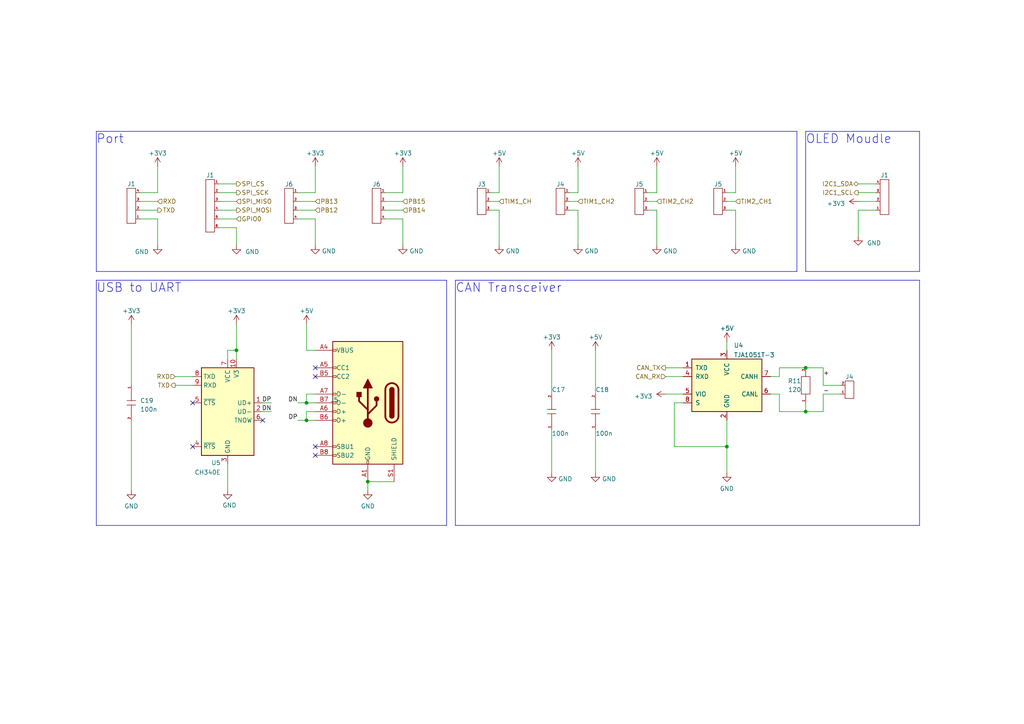
<source format=kicad_sch>
(kicad_sch (version 20230121) (generator eeschema)

  (uuid 14a0fbac-0da8-4c91-9e95-b367ad9b686b)

  (paper "A4")

  (lib_symbols
    (symbol "001_Basic_PassiveComponents:001_Resistor" (pin_names (offset 1.016)) (in_bom yes) (on_board yes)
      (property "Reference" "R" (at -4.445 -2.54 0)
        (effects (font (size 1.27 1.27)))
      )
      (property "Value" "001_Resistor" (at 0 2.54 0)
        (effects (font (size 1.27 1.27)))
      )
      (property "Footprint" "" (at -3.81 3.81 0)
        (effects (font (size 1.27 1.27)) hide)
      )
      (property "Datasheet" "" (at -3.81 3.81 0)
        (effects (font (size 1.27 1.27)) hide)
      )
      (property "Symbol type" "Alternate Source" (at 0 5.08 0)
        (effects (font (size 1.27 1.27)) hide)
      )
      (symbol "001_Resistor_0_1"
        (rectangle (start -2.54 1.27) (end 2.54 -1.27)
          (stroke (width 0) (type default))
          (fill (type none))
        )
        (polyline
          (pts
            (xy -3.81 0)
            (xy -2.54 0)
          )
          (stroke (width 0) (type default))
          (fill (type none))
        )
        (polyline
          (pts
            (xy 2.54 0)
            (xy 3.81 0)
          )
          (stroke (width 0) (type default))
          (fill (type none))
        )
      )
      (symbol "001_Resistor_1_1"
        (pin passive line (at -5.08 0 0) (length 1.27)
          (name "~" (effects (font (size 0.635 0.635))))
          (number "1" (effects (font (size 0.635 0.635))))
        )
        (pin passive line (at 5.08 0 180) (length 1.27)
          (name "~" (effects (font (size 0.635 0.635))))
          (number "2" (effects (font (size 0.635 0.635))))
        )
      )
    )
    (symbol "001_Basic_PassiveComponents:101_Capacitor" (pin_names (offset 1.016)) (in_bom yes) (on_board yes)
      (property "Reference" "C" (at -4.445 -2.54 0)
        (effects (font (size 1.27 1.27)))
      )
      (property "Value" "101_Capacitor" (at 0 2.54 0)
        (effects (font (size 1.27 1.27)))
      )
      (property "Footprint" "" (at 0 0 0)
        (effects (font (size 1.27 1.27)) hide)
      )
      (property "Datasheet" "" (at 0 0 0)
        (effects (font (size 1.27 1.27)) hide)
      )
      (property "Symbol type" "Alternate Source" (at 0 5.08 0)
        (effects (font (size 1.27 1.27)) hide)
      )
      (symbol "101_Capacitor_0_1"
        (polyline
          (pts
            (xy -3.81 0)
            (xy -0.635 0)
          )
          (stroke (width 0) (type default))
          (fill (type none))
        )
        (polyline
          (pts
            (xy -0.635 1.27)
            (xy -0.635 -1.27)
          )
          (stroke (width 0) (type default))
          (fill (type none))
        )
        (polyline
          (pts
            (xy 0.635 0)
            (xy 3.81 0)
          )
          (stroke (width 0) (type default))
          (fill (type none))
        )
        (polyline
          (pts
            (xy 0.635 1.27)
            (xy 0.635 -1.27)
          )
          (stroke (width 0) (type default))
          (fill (type none))
        )
      )
      (symbol "101_Capacitor_1_1"
        (pin passive line (at -5.08 0 0) (length 1.27)
          (name "~" (effects (font (size 0.635 0.635))))
          (number "1" (effects (font (size 0.635 0.635))))
        )
        (pin passive line (at 5.08 0 180) (length 1.27)
          (name "~" (effects (font (size 0.635 0.635))))
          (number "2" (effects (font (size 0.635 0.635))))
        )
      )
    )
    (symbol "302_Link_W2B-Connector:Conn_01x02" (in_bom yes) (on_board yes)
      (property "Reference" "J" (at 0 -5.08 0)
        (effects (font (size 1.27 1.27)))
      )
      (property "Value" "Conn_01x02" (at 0 2.54 0)
        (effects (font (size 1.27 1.27)))
      )
      (property "Footprint" "" (at 0 0 0)
        (effects (font (size 1.27 1.27)) hide)
      )
      (property "Datasheet" "" (at 0 0 0)
        (effects (font (size 1.27 1.27)) hide)
      )
      (symbol "Conn_01x02_0_0"
        (pin passive line (at -2.54 0 0) (length 1.27)
          (name "" (effects (font (size 0.635 0.635))))
          (number "1" (effects (font (size 0.635 0.635))))
        )
        (pin passive line (at -2.54 -2.54 0) (length 1.27)
          (name "" (effects (font (size 0.635 0.635))))
          (number "2" (effects (font (size 0.635 0.635))))
        )
      )
      (symbol "Conn_01x02_0_1"
        (rectangle (start -1.27 1.27) (end 1.27 -3.81)
          (stroke (width 0.1524) (type default))
          (fill (type none))
        )
      )
    )
    (symbol "302_Link_W2B-Connector:Conn_01x03" (in_bom yes) (on_board yes)
      (property "Reference" "J" (at 0 -5.08 0)
        (effects (font (size 1.27 1.27)))
      )
      (property "Value" "Conn_01x03" (at 0 5.08 0)
        (effects (font (size 1.27 1.27)))
      )
      (property "Footprint" "" (at 0 1.27 0)
        (effects (font (size 1.27 1.27)) hide)
      )
      (property "Datasheet" "" (at 0 1.27 0)
        (effects (font (size 1.27 1.27)) hide)
      )
      (symbol "Conn_01x03_0_0"
        (pin passive line (at -2.54 2.54 0) (length 1.27)
          (name "" (effects (font (size 0.635 0.635))))
          (number "1" (effects (font (size 0.635 0.635))))
        )
        (pin passive line (at -2.54 0 0) (length 1.27)
          (name "" (effects (font (size 0.635 0.635))))
          (number "2" (effects (font (size 0.635 0.635))))
        )
        (pin passive line (at -2.54 -2.54 0) (length 1.27)
          (name "" (effects (font (size 0.635 0.635))))
          (number "3" (effects (font (size 0.635 0.635))))
        )
      )
      (symbol "Conn_01x03_0_1"
        (rectangle (start -1.27 3.81) (end 1.27 -3.81)
          (stroke (width 0.1524) (type default))
          (fill (type none))
        )
      )
    )
    (symbol "302_Link_W2B-Connector:Conn_01x04" (in_bom yes) (on_board yes)
      (property "Reference" "J" (at 0 -7.62 0)
        (effects (font (size 1.27 1.27)))
      )
      (property "Value" "Conn_01x04" (at 0 5.08 0)
        (effects (font (size 1.27 1.27)))
      )
      (property "Footprint" "" (at 0 1.27 0)
        (effects (font (size 1.27 1.27)) hide)
      )
      (property "Datasheet" "" (at 0 1.27 0)
        (effects (font (size 1.27 1.27)) hide)
      )
      (symbol "Conn_01x04_0_0"
        (pin passive line (at -2.54 2.54 0) (length 1.27)
          (name "" (effects (font (size 0.635 0.635))))
          (number "1" (effects (font (size 0.635 0.635))))
        )
        (pin passive line (at -2.54 0 0) (length 1.27)
          (name "" (effects (font (size 0.635 0.635))))
          (number "2" (effects (font (size 0.635 0.635))))
        )
        (pin passive line (at -2.54 -2.54 0) (length 1.27)
          (name "" (effects (font (size 0.635 0.635))))
          (number "3" (effects (font (size 0.635 0.635))))
        )
        (pin passive line (at -2.54 -5.08 0) (length 1.27)
          (name "" (effects (font (size 0.635 0.635))))
          (number "4" (effects (font (size 0.635 0.635))))
        )
      )
      (symbol "Conn_01x04_0_1"
        (rectangle (start -1.27 3.81) (end 1.27 -6.35)
          (stroke (width 0.1524) (type default))
          (fill (type none))
        )
      )
    )
    (symbol "302_Link_W2B-Connector:Conn_01x06" (in_bom yes) (on_board yes)
      (property "Reference" "J" (at 0 -16.51 0)
        (effects (font (size 1.27 1.27)))
      )
      (property "Value" "Conn_01x06" (at 0 1.27 0)
        (effects (font (size 1.27 1.27)))
      )
      (property "Footprint" "" (at 0 0 0)
        (effects (font (size 1.27 1.27)) hide)
      )
      (property "Datasheet" "" (at 0 0 0)
        (effects (font (size 1.27 1.27)) hide)
      )
      (symbol "Conn_01x06_0_0"
        (pin passive line (at -2.54 -1.27 0) (length 1.27)
          (name "" (effects (font (size 0.635 0.635))))
          (number "1" (effects (font (size 0.635 0.635))))
        )
        (pin passive line (at -2.54 -3.81 0) (length 1.27)
          (name "" (effects (font (size 0.635 0.635))))
          (number "2" (effects (font (size 0.635 0.635))))
        )
        (pin passive line (at -2.54 -6.35 0) (length 1.27)
          (name "" (effects (font (size 0.635 0.635))))
          (number "3" (effects (font (size 0.635 0.635))))
        )
        (pin passive line (at -2.54 -8.89 0) (length 1.27)
          (name "" (effects (font (size 0.635 0.635))))
          (number "4" (effects (font (size 0.635 0.635))))
        )
        (pin passive line (at -2.54 -11.43 0) (length 1.27)
          (name "" (effects (font (size 0.635 0.635))))
          (number "5" (effects (font (size 0.635 0.635))))
        )
        (pin passive line (at -2.54 -13.97 0) (length 1.27)
          (name "" (effects (font (size 0.635 0.635))))
          (number "6" (effects (font (size 0.635 0.635))))
        )
      )
      (symbol "Conn_01x06_0_1"
        (rectangle (start -1.27 0) (end 1.27 -15.24)
          (stroke (width 0.1524) (type default))
          (fill (type none))
        )
      )
    )
    (symbol "Connector:USB_C_Receptacle_USB2.0" (pin_names (offset 1.016)) (in_bom yes) (on_board yes)
      (property "Reference" "J?" (at 10.922 0.9085 0)
        (effects (font (size 1.27 1.27)) (justify right))
      )
      (property "Value" "USB_C_Receptacle_USB2.0" (at 10.922 -1.8666 0)
        (effects (font (size 1.27 1.27)) (justify right) hide)
      )
      (property "Footprint" "" (at -3.81 0 0)
        (effects (font (size 1.27 1.27)) hide)
      )
      (property "Datasheet" "https://www.usb.org/sites/default/files/documents/usb_type-c.zip" (at -3.81 0 0)
        (effects (font (size 1.27 1.27)) hide)
      )
      (property "ki_keywords" "usb universal serial bus type-C USB2.0" (at 0 0 0)
        (effects (font (size 1.27 1.27)) hide)
      )
      (property "ki_description" "USB 2.0-only Type-C Receptacle connector" (at 0 0 0)
        (effects (font (size 1.27 1.27)) hide)
      )
      (property "ki_fp_filters" "USB*C*Receptacle*" (at 0 0 0)
        (effects (font (size 1.27 1.27)) hide)
      )
      (symbol "USB_C_Receptacle_USB2.0_0_0"
        (rectangle (start -0.254 -17.78) (end 0.254 -16.764)
          (stroke (width 0) (type default))
          (fill (type none))
        )
        (rectangle (start 10.16 -14.986) (end 9.144 -15.494)
          (stroke (width 0) (type default))
          (fill (type none))
        )
        (rectangle (start 10.16 -12.446) (end 9.144 -12.954)
          (stroke (width 0) (type default))
          (fill (type none))
        )
        (rectangle (start 10.16 -4.826) (end 9.144 -5.334)
          (stroke (width 0) (type default))
          (fill (type none))
        )
        (rectangle (start 10.16 -2.286) (end 9.144 -2.794)
          (stroke (width 0) (type default))
          (fill (type none))
        )
        (rectangle (start 10.16 0.254) (end 9.144 -0.254)
          (stroke (width 0) (type default))
          (fill (type none))
        )
        (rectangle (start 10.16 2.794) (end 9.144 2.286)
          (stroke (width 0) (type default))
          (fill (type none))
        )
        (rectangle (start 10.16 7.874) (end 9.144 7.366)
          (stroke (width 0) (type default))
          (fill (type none))
        )
        (rectangle (start 10.16 10.414) (end 9.144 9.906)
          (stroke (width 0) (type default))
          (fill (type none))
        )
        (rectangle (start 10.16 15.494) (end 9.144 14.986)
          (stroke (width 0) (type default))
          (fill (type none))
        )
      )
      (symbol "USB_C_Receptacle_USB2.0_0_1"
        (rectangle (start -10.16 17.78) (end 10.16 -17.78)
          (stroke (width 0.254) (type default))
          (fill (type background))
        )
        (arc (start -8.89 -3.81) (mid -6.985 -5.7067) (end -5.08 -3.81)
          (stroke (width 0.508) (type default))
          (fill (type none))
        )
        (arc (start -7.62 -3.81) (mid -6.985 -4.4423) (end -6.35 -3.81)
          (stroke (width 0.254) (type default))
          (fill (type none))
        )
        (arc (start -7.62 -3.81) (mid -6.985 -4.4423) (end -6.35 -3.81)
          (stroke (width 0.254) (type default))
          (fill (type outline))
        )
        (rectangle (start -7.62 -3.81) (end -6.35 3.81)
          (stroke (width 0.254) (type default))
          (fill (type outline))
        )
        (arc (start -6.35 3.81) (mid -6.985 4.4423) (end -7.62 3.81)
          (stroke (width 0.254) (type default))
          (fill (type none))
        )
        (arc (start -6.35 3.81) (mid -6.985 4.4423) (end -7.62 3.81)
          (stroke (width 0.254) (type default))
          (fill (type outline))
        )
        (arc (start -5.08 3.81) (mid -6.985 5.7067) (end -8.89 3.81)
          (stroke (width 0.508) (type default))
          (fill (type none))
        )
        (circle (center -2.54 1.143) (radius 0.635)
          (stroke (width 0.254) (type default))
          (fill (type outline))
        )
        (circle (center 0 -5.842) (radius 1.27)
          (stroke (width 0) (type default))
          (fill (type outline))
        )
        (polyline
          (pts
            (xy -8.89 -3.81)
            (xy -8.89 3.81)
          )
          (stroke (width 0.508) (type default))
          (fill (type none))
        )
        (polyline
          (pts
            (xy -5.08 3.81)
            (xy -5.08 -3.81)
          )
          (stroke (width 0.508) (type default))
          (fill (type none))
        )
        (polyline
          (pts
            (xy 0 -5.842)
            (xy 0 4.318)
          )
          (stroke (width 0.508) (type default))
          (fill (type none))
        )
        (polyline
          (pts
            (xy 0 -3.302)
            (xy -2.54 -0.762)
            (xy -2.54 0.508)
          )
          (stroke (width 0.508) (type default))
          (fill (type none))
        )
        (polyline
          (pts
            (xy 0 -2.032)
            (xy 2.54 0.508)
            (xy 2.54 1.778)
          )
          (stroke (width 0.508) (type default))
          (fill (type none))
        )
        (polyline
          (pts
            (xy -1.27 4.318)
            (xy 0 6.858)
            (xy 1.27 4.318)
            (xy -1.27 4.318)
          )
          (stroke (width 0.254) (type default))
          (fill (type outline))
        )
        (rectangle (start 1.905 1.778) (end 3.175 3.048)
          (stroke (width 0.254) (type default))
          (fill (type outline))
        )
      )
      (symbol "USB_C_Receptacle_USB2.0_1_1"
        (pin passive line (at 0 -22.86 90) (length 5.08)
          (name "GND" (effects (font (size 1.27 1.27))))
          (number "A1" (effects (font (size 1.27 1.27))))
        )
        (pin passive line (at 0 -22.86 90) (length 5.08) hide
          (name "GND" (effects (font (size 1.27 1.27))))
          (number "A12" (effects (font (size 1.27 1.27))))
        )
        (pin passive line (at 15.24 15.24 180) (length 5.08)
          (name "VBUS" (effects (font (size 1.27 1.27))))
          (number "A4" (effects (font (size 1.27 1.27))))
        )
        (pin bidirectional line (at 15.24 10.16 180) (length 5.08)
          (name "CC1" (effects (font (size 1.27 1.27))))
          (number "A5" (effects (font (size 1.27 1.27))))
        )
        (pin bidirectional line (at 15.24 -2.54 180) (length 5.08)
          (name "D+" (effects (font (size 1.27 1.27))))
          (number "A6" (effects (font (size 1.27 1.27))))
        )
        (pin bidirectional line (at 15.24 2.54 180) (length 5.08)
          (name "D-" (effects (font (size 1.27 1.27))))
          (number "A7" (effects (font (size 1.27 1.27))))
        )
        (pin bidirectional line (at 15.24 -12.7 180) (length 5.08)
          (name "SBU1" (effects (font (size 1.27 1.27))))
          (number "A8" (effects (font (size 1.27 1.27))))
        )
        (pin passive line (at 15.24 15.24 180) (length 5.08) hide
          (name "VBUS" (effects (font (size 1.27 1.27))))
          (number "A9" (effects (font (size 1.27 1.27))))
        )
        (pin passive line (at 0 -22.86 90) (length 5.08) hide
          (name "GND" (effects (font (size 1.27 1.27))))
          (number "B1" (effects (font (size 1.27 1.27))))
        )
        (pin passive line (at 0 -22.86 90) (length 5.08) hide
          (name "GND" (effects (font (size 1.27 1.27))))
          (number "B12" (effects (font (size 1.27 1.27))))
        )
        (pin passive line (at 15.24 15.24 180) (length 5.08) hide
          (name "VBUS" (effects (font (size 1.27 1.27))))
          (number "B4" (effects (font (size 1.27 1.27))))
        )
        (pin bidirectional line (at 15.24 7.62 180) (length 5.08)
          (name "CC2" (effects (font (size 1.27 1.27))))
          (number "B5" (effects (font (size 1.27 1.27))))
        )
        (pin bidirectional line (at 15.24 -5.08 180) (length 5.08)
          (name "D+" (effects (font (size 1.27 1.27))))
          (number "B6" (effects (font (size 1.27 1.27))))
        )
        (pin bidirectional line (at 15.24 0 180) (length 5.08)
          (name "D-" (effects (font (size 1.27 1.27))))
          (number "B7" (effects (font (size 1.27 1.27))))
        )
        (pin bidirectional line (at 15.24 -15.24 180) (length 5.08)
          (name "SBU2" (effects (font (size 1.27 1.27))))
          (number "B8" (effects (font (size 1.27 1.27))))
        )
        (pin passive line (at 15.24 15.24 180) (length 5.08) hide
          (name "VBUS" (effects (font (size 1.27 1.27))))
          (number "B9" (effects (font (size 1.27 1.27))))
        )
        (pin passive line (at -7.62 -22.86 90) (length 5.08)
          (name "SHIELD" (effects (font (size 1.27 1.27))))
          (number "S1" (effects (font (size 1.27 1.27))))
        )
      )
    )
    (symbol "Interface_CAN_LIN:TJA1051T-3" (pin_names (offset 1.016)) (in_bom yes) (on_board yes)
      (property "Reference" "U" (at -10.16 8.89 0)
        (effects (font (size 1.27 1.27)) (justify left))
      )
      (property "Value" "TJA1051T-3" (at 1.27 8.89 0)
        (effects (font (size 1.27 1.27)) (justify left))
      )
      (property "Footprint" "Package_SO:SOIC-8_3.9x4.9mm_P1.27mm" (at 0 -12.7 0)
        (effects (font (size 1.27 1.27) italic) hide)
      )
      (property "Datasheet" "http://www.nxp.com/documents/data_sheet/TJA1051.pdf" (at 0 0 0)
        (effects (font (size 1.27 1.27)) hide)
      )
      (property "ki_keywords" "High-Speed CAN Transceiver" (at 0 0 0)
        (effects (font (size 1.27 1.27)) hide)
      )
      (property "ki_description" "High-Speed CAN Transceiver, separate VIO, silent mode, SOIC-8" (at 0 0 0)
        (effects (font (size 1.27 1.27)) hide)
      )
      (property "ki_fp_filters" "SOIC*3.9x4.9mm*P1.27mm*" (at 0 0 0)
        (effects (font (size 1.27 1.27)) hide)
      )
      (symbol "TJA1051T-3_0_1"
        (rectangle (start -10.16 7.62) (end 10.16 -7.62)
          (stroke (width 0.254) (type default))
          (fill (type background))
        )
      )
      (symbol "TJA1051T-3_1_1"
        (pin input line (at -12.7 5.08 0) (length 2.54)
          (name "TXD" (effects (font (size 1.27 1.27))))
          (number "1" (effects (font (size 1.27 1.27))))
        )
        (pin power_in line (at 0 -10.16 90) (length 2.54)
          (name "GND" (effects (font (size 1.27 1.27))))
          (number "2" (effects (font (size 1.27 1.27))))
        )
        (pin power_in line (at 0 10.16 270) (length 2.54)
          (name "VCC" (effects (font (size 1.27 1.27))))
          (number "3" (effects (font (size 1.27 1.27))))
        )
        (pin output line (at -12.7 2.54 0) (length 2.54)
          (name "RXD" (effects (font (size 1.27 1.27))))
          (number "4" (effects (font (size 1.27 1.27))))
        )
        (pin power_in line (at -12.7 -2.54 0) (length 2.54)
          (name "VIO" (effects (font (size 1.27 1.27))))
          (number "5" (effects (font (size 1.27 1.27))))
        )
        (pin bidirectional line (at 12.7 -2.54 180) (length 2.54)
          (name "CANL" (effects (font (size 1.27 1.27))))
          (number "6" (effects (font (size 1.27 1.27))))
        )
        (pin bidirectional line (at 12.7 2.54 180) (length 2.54)
          (name "CANH" (effects (font (size 1.27 1.27))))
          (number "7" (effects (font (size 1.27 1.27))))
        )
        (pin input line (at -12.7 -5.08 0) (length 2.54)
          (name "S" (effects (font (size 1.27 1.27))))
          (number "8" (effects (font (size 1.27 1.27))))
        )
      )
    )
    (symbol "Interface_USB:CH340E" (in_bom yes) (on_board yes)
      (property "Reference" "U" (at -5.08 13.97 0)
        (effects (font (size 1.27 1.27)) (justify right))
      )
      (property "Value" "CH340E" (at 1.27 13.97 0)
        (effects (font (size 1.27 1.27)) (justify left))
      )
      (property "Footprint" "Package_SO:MSOP-10_3x3mm_P0.5mm" (at 1.27 -13.97 0)
        (effects (font (size 1.27 1.27)) (justify left) hide)
      )
      (property "Datasheet" "https://www.mpja.com/download/35227cpdata.pdf" (at -8.89 20.32 0)
        (effects (font (size 1.27 1.27)) hide)
      )
      (property "ki_keywords" "USB UART Serial Converter Interface" (at 0 0 0)
        (effects (font (size 1.27 1.27)) hide)
      )
      (property "ki_description" "USB serial converter, UART, MSOP-10" (at 0 0 0)
        (effects (font (size 1.27 1.27)) hide)
      )
      (property "ki_fp_filters" "MSOP*3x3mm*P0.5mm*" (at 0 0 0)
        (effects (font (size 1.27 1.27)) hide)
      )
      (symbol "CH340E_0_1"
        (rectangle (start -7.62 12.7) (end 7.62 -12.7)
          (stroke (width 0.254) (type default))
          (fill (type background))
        )
      )
      (symbol "CH340E_1_1"
        (pin bidirectional line (at -10.16 2.54 0) (length 2.54)
          (name "UD+" (effects (font (size 1.27 1.27))))
          (number "1" (effects (font (size 1.27 1.27))))
        )
        (pin passive line (at -2.54 15.24 270) (length 2.54)
          (name "V3" (effects (font (size 1.27 1.27))))
          (number "10" (effects (font (size 1.27 1.27))))
        )
        (pin bidirectional line (at -10.16 0 0) (length 2.54)
          (name "UD-" (effects (font (size 1.27 1.27))))
          (number "2" (effects (font (size 1.27 1.27))))
        )
        (pin power_in line (at 0 -15.24 90) (length 2.54)
          (name "GND" (effects (font (size 1.27 1.27))))
          (number "3" (effects (font (size 1.27 1.27))))
        )
        (pin output line (at 10.16 -10.16 180) (length 2.54)
          (name "~{RTS}" (effects (font (size 1.27 1.27))))
          (number "4" (effects (font (size 1.27 1.27))))
        )
        (pin input line (at 10.16 2.54 180) (length 2.54)
          (name "~{CTS}" (effects (font (size 1.27 1.27))))
          (number "5" (effects (font (size 1.27 1.27))))
        )
        (pin output line (at -10.16 -2.54 0) (length 2.54)
          (name "TNOW" (effects (font (size 1.27 1.27))))
          (number "6" (effects (font (size 1.27 1.27))))
        )
        (pin power_in line (at 0 15.24 270) (length 2.54)
          (name "VCC" (effects (font (size 1.27 1.27))))
          (number "7" (effects (font (size 1.27 1.27))))
        )
        (pin output line (at 10.16 10.16 180) (length 2.54)
          (name "TXD" (effects (font (size 1.27 1.27))))
          (number "8" (effects (font (size 1.27 1.27))))
        )
        (pin input line (at 10.16 7.62 180) (length 2.54)
          (name "RXD" (effects (font (size 1.27 1.27))))
          (number "9" (effects (font (size 1.27 1.27))))
        )
      )
    )
    (symbol "Link_W2B_connector:Conn_01x04" (in_bom yes) (on_board yes)
      (property "Reference" "J" (at 0 -7.62 0)
        (effects (font (size 1.27 1.27)))
      )
      (property "Value" "Conn_01x04" (at 0 5.08 0)
        (effects (font (size 1.27 1.27)))
      )
      (property "Footprint" "" (at 0 0 0)
        (effects (font (size 1.27 1.27)) hide)
      )
      (property "Datasheet" "" (at 0 0 0)
        (effects (font (size 1.27 1.27)) hide)
      )
      (symbol "Conn_01x04_0_0"
        (pin passive line (at -2.54 2.54 0) (length 1.27)
          (name "" (effects (font (size 0.635 0.635))))
          (number "1" (effects (font (size 0.635 0.635))))
        )
        (pin passive line (at -2.54 0 0) (length 1.27)
          (name "" (effects (font (size 0.635 0.635))))
          (number "2" (effects (font (size 0.635 0.635))))
        )
        (pin passive line (at -2.54 -2.54 0) (length 1.27)
          (name "" (effects (font (size 0.635 0.635))))
          (number "3" (effects (font (size 0.635 0.635))))
        )
        (pin passive line (at -2.54 -5.08 0) (length 1.27)
          (name "" (effects (font (size 0.635 0.635))))
          (number "4" (effects (font (size 0.635 0.635))))
        )
      )
      (symbol "Conn_01x04_0_1"
        (rectangle (start -1.27 3.81) (end 1.27 -6.35)
          (stroke (width 0.1524) (type default))
          (fill (type none))
        )
      )
    )
    (symbol "power:+3V3" (power) (pin_names (offset 0)) (in_bom yes) (on_board yes)
      (property "Reference" "#PWR" (at 0 -3.81 0)
        (effects (font (size 1.27 1.27)) hide)
      )
      (property "Value" "+3V3" (at 0 3.556 0)
        (effects (font (size 1.27 1.27)))
      )
      (property "Footprint" "" (at 0 0 0)
        (effects (font (size 1.27 1.27)) hide)
      )
      (property "Datasheet" "" (at 0 0 0)
        (effects (font (size 1.27 1.27)) hide)
      )
      (property "ki_keywords" "global power" (at 0 0 0)
        (effects (font (size 1.27 1.27)) hide)
      )
      (property "ki_description" "Power symbol creates a global label with name \"+3V3\"" (at 0 0 0)
        (effects (font (size 1.27 1.27)) hide)
      )
      (symbol "+3V3_0_1"
        (polyline
          (pts
            (xy -0.762 1.27)
            (xy 0 2.54)
          )
          (stroke (width 0) (type default))
          (fill (type none))
        )
        (polyline
          (pts
            (xy 0 0)
            (xy 0 2.54)
          )
          (stroke (width 0) (type default))
          (fill (type none))
        )
        (polyline
          (pts
            (xy 0 2.54)
            (xy 0.762 1.27)
          )
          (stroke (width 0) (type default))
          (fill (type none))
        )
      )
      (symbol "+3V3_1_1"
        (pin power_in line (at 0 0 90) (length 0) hide
          (name "+3V3" (effects (font (size 1.27 1.27))))
          (number "1" (effects (font (size 1.27 1.27))))
        )
      )
    )
    (symbol "power:+5V" (power) (pin_names (offset 0)) (in_bom yes) (on_board yes)
      (property "Reference" "#PWR" (at 0 -3.81 0)
        (effects (font (size 1.27 1.27)) hide)
      )
      (property "Value" "+5V" (at 0 3.556 0)
        (effects (font (size 1.27 1.27)))
      )
      (property "Footprint" "" (at 0 0 0)
        (effects (font (size 1.27 1.27)) hide)
      )
      (property "Datasheet" "" (at 0 0 0)
        (effects (font (size 1.27 1.27)) hide)
      )
      (property "ki_keywords" "global power" (at 0 0 0)
        (effects (font (size 1.27 1.27)) hide)
      )
      (property "ki_description" "Power symbol creates a global label with name \"+5V\"" (at 0 0 0)
        (effects (font (size 1.27 1.27)) hide)
      )
      (symbol "+5V_0_1"
        (polyline
          (pts
            (xy -0.762 1.27)
            (xy 0 2.54)
          )
          (stroke (width 0) (type default))
          (fill (type none))
        )
        (polyline
          (pts
            (xy 0 0)
            (xy 0 2.54)
          )
          (stroke (width 0) (type default))
          (fill (type none))
        )
        (polyline
          (pts
            (xy 0 2.54)
            (xy 0.762 1.27)
          )
          (stroke (width 0) (type default))
          (fill (type none))
        )
      )
      (symbol "+5V_1_1"
        (pin power_in line (at 0 0 90) (length 0) hide
          (name "+5V" (effects (font (size 1.27 1.27))))
          (number "1" (effects (font (size 1.27 1.27))))
        )
      )
    )
    (symbol "power:GND" (power) (pin_names (offset 0)) (in_bom yes) (on_board yes)
      (property "Reference" "#PWR" (at 0 -6.35 0)
        (effects (font (size 1.27 1.27)) hide)
      )
      (property "Value" "GND" (at 0 -3.81 0)
        (effects (font (size 1.27 1.27)))
      )
      (property "Footprint" "" (at 0 0 0)
        (effects (font (size 1.27 1.27)) hide)
      )
      (property "Datasheet" "" (at 0 0 0)
        (effects (font (size 1.27 1.27)) hide)
      )
      (property "ki_keywords" "power-flag" (at 0 0 0)
        (effects (font (size 1.27 1.27)) hide)
      )
      (property "ki_description" "Power symbol creates a global label with name \"GND\" , ground" (at 0 0 0)
        (effects (font (size 1.27 1.27)) hide)
      )
      (symbol "GND_0_1"
        (polyline
          (pts
            (xy 0 0)
            (xy 0 -1.27)
            (xy 1.27 -1.27)
            (xy 0 -2.54)
            (xy -1.27 -1.27)
            (xy 0 -1.27)
          )
          (stroke (width 0) (type default))
          (fill (type none))
        )
      )
      (symbol "GND_1_1"
        (pin power_in line (at 0 0 270) (length 0) hide
          (name "GND" (effects (font (size 1.27 1.27))))
          (number "1" (effects (font (size 1.27 1.27))))
        )
      )
    )
  )

  (junction (at 106.68 139.7) (diameter 0) (color 0 0 0 0)
    (uuid 223e289f-7489-46ae-8605-e1319d47af7e)
  )
  (junction (at 68.58 101.6) (diameter 0) (color 0 0 0 0)
    (uuid 725930b9-2c2d-4f76-b74c-67d5b63ec3ce)
  )
  (junction (at 88.9 121.92) (diameter 0) (color 0 0 0 0)
    (uuid 95eff6a5-fdc6-461f-9da2-9bb40298b9f8)
  )
  (junction (at 233.68 106.68) (diameter 0) (color 0 0 0 0)
    (uuid e23516ae-bef2-4d14-99aa-927aff0e0add)
  )
  (junction (at 233.68 119.38) (diameter 0) (color 0 0 0 0)
    (uuid ebb0e811-ad07-4246-adc5-adcbf09c276d)
  )
  (junction (at 88.9 116.84) (diameter 0) (color 0 0 0 0)
    (uuid edae31b3-a3b5-4c4e-a150-0f65d84963ee)
  )
  (junction (at 210.82 129.54) (diameter 0) (color 0 0 0 0)
    (uuid f2c6d348-79dd-43e7-8551-13026ef0d0de)
  )

  (no_connect (at 91.44 109.22) (uuid 0f6317d8-a00b-497b-ba91-3e4a850bf3d5))
  (no_connect (at 91.44 129.54) (uuid 4b6d2a42-60c7-4bd4-91e2-44083cd6ad1d))
  (no_connect (at 55.88 116.84) (uuid 8496bbb0-5fc8-4a32-9dd9-54b0a19ad3ed))
  (no_connect (at 91.44 106.68) (uuid 89d495d5-16cb-4bcb-bb04-8897b87c5d6a))
  (no_connect (at 76.2 121.92) (uuid 8ce49c54-b681-49b2-8fb1-3174a49fd4a7))
  (no_connect (at 91.44 132.08) (uuid b70b4f7a-3879-4e31-9bcb-becfcb80e57c))
  (no_connect (at 55.88 129.54) (uuid cb2e9a46-de5d-4fe9-b7bd-08562668e933))

  (wire (pts (xy 68.58 63.5) (xy 63.5 63.5))
    (stroke (width 0) (type default))
    (uuid 010eb3bf-9660-4729-8486-b1439768006b)
  )
  (wire (pts (xy 210.82 121.92) (xy 210.82 129.54))
    (stroke (width 0) (type default))
    (uuid 056f5f07-3fe7-40a9-aa97-f72f0807041d)
  )
  (wire (pts (xy 167.64 60.96) (xy 165.1 60.96))
    (stroke (width 0) (type default))
    (uuid 079b8382-557f-4642-9116-d07a7d2c903b)
  )
  (wire (pts (xy 116.84 48.26) (xy 116.84 55.88))
    (stroke (width 0) (type default))
    (uuid 0bfa878d-24a6-414b-a658-c983ab0c2909)
  )
  (wire (pts (xy 193.04 114.3) (xy 198.12 114.3))
    (stroke (width 0) (type default))
    (uuid 0ddca056-ecc0-4d9d-bab9-097d79a33b3f)
  )
  (polyline (pts (xy 132.08 152.4) (xy 266.7 152.4))
    (stroke (width 0) (type default))
    (uuid 0f241c1a-c09e-490e-b600-2501041124a8)
  )

  (wire (pts (xy 226.06 109.22) (xy 226.06 106.68))
    (stroke (width 0) (type default))
    (uuid 0fe8e483-a484-4130-8fc3-d7cea1ffc9c6)
  )
  (wire (pts (xy 68.58 53.34) (xy 63.5 53.34))
    (stroke (width 0) (type default))
    (uuid 11028a03-5ee8-4ef5-b378-8d179992f8c3)
  )
  (polyline (pts (xy 132.08 81.28) (xy 132.08 152.4))
    (stroke (width 0) (type default))
    (uuid 1433a144-bd07-40c1-9796-e83cbbbe8258)
  )

  (wire (pts (xy 88.9 121.92) (xy 91.44 121.92))
    (stroke (width 0) (type default))
    (uuid 14414972-bfb4-4938-8d2d-cc1683d87c59)
  )
  (wire (pts (xy 190.5 58.42) (xy 187.96 58.42))
    (stroke (width 0) (type default))
    (uuid 14930ab4-d1c6-4978-b2ca-f8e0c7d129d4)
  )
  (wire (pts (xy 193.04 106.68) (xy 198.12 106.68))
    (stroke (width 0) (type default))
    (uuid 14d48f83-27e8-46cc-9f48-6f44dcb9f568)
  )
  (wire (pts (xy 144.78 58.42) (xy 142.24 58.42))
    (stroke (width 0) (type default))
    (uuid 17ef791a-522a-4fc6-873d-6e46a454241a)
  )
  (wire (pts (xy 167.64 48.26) (xy 167.64 55.88))
    (stroke (width 0) (type default))
    (uuid 1bec6b14-5d56-478d-976b-3922fd047121)
  )
  (wire (pts (xy 88.9 114.3) (xy 88.9 116.84))
    (stroke (width 0) (type default))
    (uuid 1d492b14-af8d-4afd-b29e-6499ecd56d3d)
  )
  (wire (pts (xy 86.36 55.88) (xy 91.44 55.88))
    (stroke (width 0) (type default))
    (uuid 254c4869-b740-4c7f-b0d8-c807d4b54b4e)
  )
  (wire (pts (xy 91.44 114.3) (xy 88.9 114.3))
    (stroke (width 0) (type default))
    (uuid 254eb8c3-964f-4d48-9587-157eb888d0bd)
  )
  (wire (pts (xy 78.74 119.38) (xy 76.2 119.38))
    (stroke (width 0) (type default))
    (uuid 258803fb-4606-49e9-b728-573fcb63bb95)
  )
  (polyline (pts (xy 233.68 38.1) (xy 266.7 38.1))
    (stroke (width 0) (type default))
    (uuid 2be65668-5e08-46f0-bdfd-147183486b4f)
  )
  (polyline (pts (xy 27.94 78.74) (xy 231.14 78.74))
    (stroke (width 0) (type default))
    (uuid 307fc6b2-f585-42b4-a83a-7e1824e482d1)
  )

  (wire (pts (xy 45.72 48.26) (xy 45.72 55.88))
    (stroke (width 0) (type default))
    (uuid 31bf0fee-8c57-46a2-bbfd-2735aebbd3a8)
  )
  (wire (pts (xy 91.44 119.38) (xy 88.9 119.38))
    (stroke (width 0) (type default))
    (uuid 334e0bf3-1fb6-4241-a674-95d3fd23baba)
  )
  (wire (pts (xy 233.68 119.38) (xy 238.76 119.38))
    (stroke (width 0) (type default))
    (uuid 384be3a9-23a4-4910-8bab-e485d42f2b4d)
  )
  (wire (pts (xy 167.64 58.42) (xy 165.1 58.42))
    (stroke (width 0) (type default))
    (uuid 3905d1ee-6845-4a8f-a1df-5663b76156b9)
  )
  (wire (pts (xy 86.36 60.96) (xy 91.44 60.96))
    (stroke (width 0) (type default))
    (uuid 3d8d97e5-2127-4974-bb07-ba0df5245140)
  )
  (wire (pts (xy 45.72 55.88) (xy 40.64 55.88))
    (stroke (width 0) (type default))
    (uuid 3ddfbafa-f054-49a4-9e1a-efc0ed9de235)
  )
  (wire (pts (xy 111.76 60.96) (xy 116.84 60.96))
    (stroke (width 0) (type default))
    (uuid 3f9281ee-375b-4cde-b3ca-24f9b8d11fb9)
  )
  (wire (pts (xy 68.58 71.12) (xy 68.58 66.04))
    (stroke (width 0) (type default))
    (uuid 41be976c-0586-4e4e-8c2a-62da951f46ab)
  )
  (wire (pts (xy 40.64 63.5) (xy 45.72 63.5))
    (stroke (width 0) (type default))
    (uuid 420a834e-9374-4ade-8f6c-89705724079d)
  )
  (wire (pts (xy 86.36 121.92) (xy 88.9 121.92))
    (stroke (width 0) (type default))
    (uuid 4575f1cf-4eb3-4d45-80a7-74fede0750a4)
  )
  (wire (pts (xy 88.9 101.6) (xy 91.44 101.6))
    (stroke (width 0) (type default))
    (uuid 4592b353-3a68-4065-aac9-ebf13a2291bf)
  )
  (polyline (pts (xy 27.94 38.1) (xy 27.94 78.74))
    (stroke (width 0) (type default))
    (uuid 493cf4d6-b821-4dac-a606-0dd30baa0d73)
  )
  (polyline (pts (xy 129.54 152.4) (xy 27.94 152.4))
    (stroke (width 0) (type default))
    (uuid 498ea9f5-93e0-4def-a461-bd3e6d57ded8)
  )

  (wire (pts (xy 45.72 58.42) (xy 40.64 58.42))
    (stroke (width 0) (type default))
    (uuid 53c7c1e7-0d0f-44bf-a7e6-ce0dc54681ab)
  )
  (wire (pts (xy 254 55.88) (xy 248.92 55.88))
    (stroke (width 0) (type default))
    (uuid 59a12fd7-3487-4376-a875-bf64a7a38cf7)
  )
  (wire (pts (xy 167.64 71.12) (xy 167.64 60.96))
    (stroke (width 0) (type default))
    (uuid 5dfddeb1-aef2-4d55-b09d-2af1c88049a6)
  )
  (wire (pts (xy 111.76 55.88) (xy 116.84 55.88))
    (stroke (width 0) (type default))
    (uuid 5ef9640d-df64-4355-aff5-03edc70ea9cb)
  )
  (wire (pts (xy 68.58 60.96) (xy 63.5 60.96))
    (stroke (width 0) (type default))
    (uuid 65b91921-36fd-4648-9c20-89d2a0821f37)
  )
  (wire (pts (xy 144.78 55.88) (xy 142.24 55.88))
    (stroke (width 0) (type default))
    (uuid 67524944-93f1-4580-b82c-471b7c0291e4)
  )
  (polyline (pts (xy 27.94 152.4) (xy 27.94 81.28))
    (stroke (width 0) (type default))
    (uuid 6b846142-d404-467f-be2f-a8f8bb2f8274)
  )

  (wire (pts (xy 78.74 116.84) (xy 76.2 116.84))
    (stroke (width 0) (type default))
    (uuid 6d6ed824-2d4c-48ca-8468-bd795ff6c8fb)
  )
  (polyline (pts (xy 233.68 78.74) (xy 266.7 78.74))
    (stroke (width 0) (type default))
    (uuid 6dacb5f5-915c-47e6-8dcd-ec893bdb30d3)
  )

  (wire (pts (xy 63.5 66.04) (xy 68.58 66.04))
    (stroke (width 0) (type default))
    (uuid 6edc56a6-01df-4910-813d-efc0ee57cd63)
  )
  (wire (pts (xy 68.58 101.6) (xy 68.58 104.14))
    (stroke (width 0) (type default))
    (uuid 6f098eaf-9062-45b1-86e9-13c04354c72a)
  )
  (wire (pts (xy 50.8 109.22) (xy 55.88 109.22))
    (stroke (width 0) (type default))
    (uuid 72050ecb-48a3-4293-8200-35ffa1ace984)
  )
  (polyline (pts (xy 27.94 81.28) (xy 129.54 81.28))
    (stroke (width 0) (type default))
    (uuid 7402b01c-f214-4901-8229-56b17cb3a2af)
  )

  (wire (pts (xy 88.9 116.84) (xy 91.44 116.84))
    (stroke (width 0) (type default))
    (uuid 741559be-7227-4d8c-8651-397e705f82f8)
  )
  (wire (pts (xy 172.72 124.46) (xy 172.72 137.16))
    (stroke (width 0) (type default))
    (uuid 76e66527-168e-4058-9157-bd638d8b04e2)
  )
  (wire (pts (xy 195.58 129.54) (xy 210.82 129.54))
    (stroke (width 0) (type default))
    (uuid 771b3478-455f-4686-88c0-98084361ad2a)
  )
  (wire (pts (xy 88.9 119.38) (xy 88.9 121.92))
    (stroke (width 0) (type default))
    (uuid 78105d52-666b-45df-873a-5f269d58d518)
  )
  (wire (pts (xy 144.78 48.26) (xy 144.78 55.88))
    (stroke (width 0) (type default))
    (uuid 78afdd82-5e80-4c2e-90af-02fa087860c7)
  )
  (wire (pts (xy 238.76 114.3) (xy 243.84 114.3))
    (stroke (width 0) (type default))
    (uuid 7996c213-cad4-48de-bae4-cda59e0f6751)
  )
  (wire (pts (xy 106.68 139.7) (xy 106.68 142.24))
    (stroke (width 0) (type default))
    (uuid 7c33a058-d554-4adf-9522-2aba35ac120e)
  )
  (wire (pts (xy 223.52 109.22) (xy 226.06 109.22))
    (stroke (width 0) (type default))
    (uuid 7d237c35-c8b2-4b7a-8698-cea0583606b6)
  )
  (wire (pts (xy 190.5 48.26) (xy 190.5 55.88))
    (stroke (width 0) (type default))
    (uuid 7f32bff2-0e7c-4105-952e-707927e86045)
  )
  (polyline (pts (xy 129.54 81.28) (xy 129.54 152.4))
    (stroke (width 0) (type default))
    (uuid 814fef01-e2f9-4a37-a64a-e6a3a60d9781)
  )

  (wire (pts (xy 213.36 58.42) (xy 210.82 58.42))
    (stroke (width 0) (type default))
    (uuid 81aedaf5-8473-445f-9f89-2b3d58100136)
  )
  (wire (pts (xy 160.02 124.46) (xy 160.02 137.16))
    (stroke (width 0) (type default))
    (uuid 83e8e2b8-08fe-4a96-ab1c-8d2cc9016048)
  )
  (wire (pts (xy 86.36 63.5) (xy 91.44 63.5))
    (stroke (width 0) (type default))
    (uuid 84b14e8b-0e14-495d-85b2-b9e89ad74a72)
  )
  (wire (pts (xy 213.36 48.26) (xy 213.36 55.88))
    (stroke (width 0) (type default))
    (uuid 8a46bede-2faf-43b6-94ae-b8d74a57260c)
  )
  (wire (pts (xy 88.9 93.98) (xy 88.9 101.6))
    (stroke (width 0) (type default))
    (uuid 8bf971bb-a490-4601-b4ac-d2f8761bcbc3)
  )
  (wire (pts (xy 233.68 106.68) (xy 238.76 106.68))
    (stroke (width 0) (type default))
    (uuid 8c1a1753-d125-4494-b77f-733ce25979c0)
  )
  (wire (pts (xy 68.58 93.98) (xy 68.58 101.6))
    (stroke (width 0) (type default))
    (uuid 8c20d9b5-e8ad-4502-b2d7-97fc3747527f)
  )
  (wire (pts (xy 190.5 71.12) (xy 190.5 60.96))
    (stroke (width 0) (type default))
    (uuid 8d075aec-6ded-448d-805f-02b5c95b07f1)
  )
  (wire (pts (xy 226.06 114.3) (xy 226.06 119.38))
    (stroke (width 0) (type default))
    (uuid 8eff7ecf-5e81-4ea2-a819-be4c44e09976)
  )
  (wire (pts (xy 210.82 99.06) (xy 210.82 101.6))
    (stroke (width 0) (type default))
    (uuid 8fd7d84b-99bf-49a6-bffd-4b588ee932f7)
  )
  (wire (pts (xy 172.72 101.6) (xy 172.72 114.3))
    (stroke (width 0) (type default))
    (uuid 900f04a3-00d0-4c88-b6af-f3d7f1d6c827)
  )
  (wire (pts (xy 66.04 134.62) (xy 66.04 142.24))
    (stroke (width 0) (type default))
    (uuid 9106af32-b819-480c-aeb9-332d883b5b38)
  )
  (wire (pts (xy 226.06 106.68) (xy 233.68 106.68))
    (stroke (width 0) (type default))
    (uuid 95f98dc7-31b5-4338-be09-7346f00f95aa)
  )
  (wire (pts (xy 38.1 93.98) (xy 38.1 111.76))
    (stroke (width 0) (type default))
    (uuid 97b6075c-803f-447e-8511-b30820a28768)
  )
  (wire (pts (xy 45.72 63.5) (xy 45.72 71.12))
    (stroke (width 0) (type default))
    (uuid 9d3651f2-7836-4ee9-b80d-7e5b4f347ab2)
  )
  (wire (pts (xy 66.04 101.6) (xy 66.04 104.14))
    (stroke (width 0) (type default))
    (uuid a474f6cc-301e-4d72-abbd-0a6b8f81fd02)
  )
  (wire (pts (xy 213.36 60.96) (xy 210.82 60.96))
    (stroke (width 0) (type default))
    (uuid a73ab0e5-9766-4c1b-a691-863d0061a52e)
  )
  (wire (pts (xy 238.76 111.76) (xy 243.84 111.76))
    (stroke (width 0) (type default))
    (uuid a79215b1-9f49-48e4-b6ed-51a4968ce177)
  )
  (wire (pts (xy 190.5 60.96) (xy 187.96 60.96))
    (stroke (width 0) (type default))
    (uuid a8d88346-7bd5-477e-8e02-3ea9bde03667)
  )
  (wire (pts (xy 226.06 119.38) (xy 233.68 119.38))
    (stroke (width 0) (type default))
    (uuid a9164a72-99dc-4792-8eb9-511bf4cee0a4)
  )
  (wire (pts (xy 38.1 121.92) (xy 38.1 142.24))
    (stroke (width 0) (type default))
    (uuid a93671d8-dccb-4e6f-a096-5cb0388c9016)
  )
  (polyline (pts (xy 231.14 78.74) (xy 231.14 38.1))
    (stroke (width 0) (type default))
    (uuid abff9472-0c74-47ee-a483-4c65254f1109)
  )

  (wire (pts (xy 213.36 55.88) (xy 210.82 55.88))
    (stroke (width 0) (type default))
    (uuid ac8a8274-be4b-4c9e-ab6e-e0efa2490bce)
  )
  (wire (pts (xy 68.58 58.42) (xy 63.5 58.42))
    (stroke (width 0) (type default))
    (uuid acc22e41-e1f2-49ab-a426-ee0a1fd902a9)
  )
  (polyline (pts (xy 266.7 78.74) (xy 266.7 38.1))
    (stroke (width 0) (type default))
    (uuid ad02b967-b5a6-4e8f-9b91-b5ce2452f14d)
  )

  (wire (pts (xy 248.92 60.96) (xy 254 60.96))
    (stroke (width 0) (type default))
    (uuid b0372523-33f7-40ba-803b-385b33d5a8c1)
  )
  (wire (pts (xy 111.76 58.42) (xy 116.84 58.42))
    (stroke (width 0) (type default))
    (uuid b31c9d81-5f88-4633-af3f-3d536e1fcad4)
  )
  (wire (pts (xy 144.78 60.96) (xy 142.24 60.96))
    (stroke (width 0) (type default))
    (uuid b34012f7-7323-4ddf-a443-2b1d9bc0bc9e)
  )
  (wire (pts (xy 248.92 68.58) (xy 248.92 60.96))
    (stroke (width 0) (type default))
    (uuid b49412ab-a4c4-4bc4-8d86-ef6bd860be3c)
  )
  (wire (pts (xy 68.58 55.88) (xy 63.5 55.88))
    (stroke (width 0) (type default))
    (uuid b74ed7ca-f843-4a90-8bfb-eb73cbd7ff9a)
  )
  (polyline (pts (xy 27.94 38.1) (xy 231.14 38.1))
    (stroke (width 0) (type default))
    (uuid ba7fb151-029d-4fec-ab79-d3781ebc7cfb)
  )

  (wire (pts (xy 190.5 55.88) (xy 187.96 55.88))
    (stroke (width 0) (type default))
    (uuid bb00c205-4ad9-4616-8bfb-31b732aac7ab)
  )
  (wire (pts (xy 254 53.34) (xy 248.92 53.34))
    (stroke (width 0) (type default))
    (uuid bc12e92c-9422-4bb9-b007-4a668a4f2fcb)
  )
  (wire (pts (xy 55.88 111.76) (xy 50.8 111.76))
    (stroke (width 0) (type default))
    (uuid bc691569-2ec6-4a94-9ad2-019b848de076)
  )
  (wire (pts (xy 195.58 116.84) (xy 198.12 116.84))
    (stroke (width 0) (type default))
    (uuid bf279c1f-24be-4a19-a44f-827a562143ec)
  )
  (wire (pts (xy 86.36 116.84) (xy 88.9 116.84))
    (stroke (width 0) (type default))
    (uuid bf706167-6506-48e8-ac5a-b1f30b623f40)
  )
  (wire (pts (xy 111.76 63.5) (xy 116.84 63.5))
    (stroke (width 0) (type default))
    (uuid c05f1dff-7101-4c83-9d71-4e79964cf549)
  )
  (wire (pts (xy 106.68 139.7) (xy 114.3 139.7))
    (stroke (width 0) (type default))
    (uuid c7ae1dac-4904-4fd0-adb7-57d680be3770)
  )
  (wire (pts (xy 210.82 129.54) (xy 210.82 137.16))
    (stroke (width 0) (type default))
    (uuid c8c1493f-1a35-4669-9a96-aee1175f4ac8)
  )
  (wire (pts (xy 238.76 114.3) (xy 238.76 119.38))
    (stroke (width 0) (type default))
    (uuid d34d64ec-52c7-43fe-a0f4-f800eda9c0c1)
  )
  (wire (pts (xy 254 58.42) (xy 248.92 58.42))
    (stroke (width 0) (type default))
    (uuid d4fbdd42-18f5-4511-ba0c-bfb1d0ac083a)
  )
  (polyline (pts (xy 132.08 81.28) (xy 266.7 81.28))
    (stroke (width 0) (type default))
    (uuid d7ffdb4c-6f51-4316-9281-28807691ae69)
  )

  (wire (pts (xy 167.64 55.88) (xy 165.1 55.88))
    (stroke (width 0) (type default))
    (uuid d8d372ab-147c-4046-83ac-f55900d10337)
  )
  (wire (pts (xy 193.04 109.22) (xy 198.12 109.22))
    (stroke (width 0) (type default))
    (uuid d9ec6551-0165-49f2-bad6-b7a9f75d042a)
  )
  (wire (pts (xy 233.68 116.84) (xy 233.68 119.38))
    (stroke (width 0) (type default))
    (uuid dd813d2c-06af-42f3-94ef-c039972c4922)
  )
  (wire (pts (xy 91.44 71.12) (xy 91.44 63.5))
    (stroke (width 0) (type default))
    (uuid de02fbca-bcbc-460e-a061-b45159fce570)
  )
  (wire (pts (xy 91.44 48.26) (xy 91.44 55.88))
    (stroke (width 0) (type default))
    (uuid e6dc17ad-28b4-4e71-910a-6845b86e0f92)
  )
  (wire (pts (xy 226.06 114.3) (xy 223.52 114.3))
    (stroke (width 0) (type default))
    (uuid e8b66161-f0c8-4df5-90e6-9c214c75056f)
  )
  (wire (pts (xy 160.02 101.6) (xy 160.02 114.3))
    (stroke (width 0) (type default))
    (uuid e8d46e0f-df89-4dbd-b2b7-7b2c83eb7667)
  )
  (wire (pts (xy 213.36 71.12) (xy 213.36 60.96))
    (stroke (width 0) (type default))
    (uuid ede29747-21a0-48b8-a733-1589a5c1b10c)
  )
  (wire (pts (xy 144.78 71.12) (xy 144.78 60.96))
    (stroke (width 0) (type default))
    (uuid f1ff1ec2-72dd-4f5e-abd5-ca201d02f272)
  )
  (polyline (pts (xy 233.68 38.1) (xy 233.68 78.74))
    (stroke (width 0) (type default))
    (uuid f5681b4a-ad8f-4452-a28d-30bc9b60ed77)
  )

  (wire (pts (xy 45.72 60.96) (xy 40.64 60.96))
    (stroke (width 0) (type default))
    (uuid f6bfc8a9-6868-4a7c-afd7-799047c6924b)
  )
  (wire (pts (xy 238.76 106.68) (xy 238.76 111.76))
    (stroke (width 0) (type default))
    (uuid fa38c34d-d782-4f0f-9cd6-af6e613fc634)
  )
  (wire (pts (xy 68.58 101.6) (xy 66.04 101.6))
    (stroke (width 0) (type default))
    (uuid fa458373-4859-4cc3-9e59-07258882c36a)
  )
  (wire (pts (xy 116.84 71.12) (xy 116.84 63.5))
    (stroke (width 0) (type default))
    (uuid faae1106-f1dc-4ac3-8274-bd5ac656253e)
  )
  (wire (pts (xy 86.36 58.42) (xy 91.44 58.42))
    (stroke (width 0) (type default))
    (uuid fad3c4a2-f502-4254-8514-ffe94db17494)
  )
  (polyline (pts (xy 266.7 152.4) (xy 266.7 81.28))
    (stroke (width 0) (type default))
    (uuid fb235b79-b5f8-4330-b8b0-290deed7c78a)
  )

  (wire (pts (xy 195.58 116.84) (xy 195.58 129.54))
    (stroke (width 0) (type default))
    (uuid ff3e828a-132a-4360-838b-3e09a1264537)
  )

  (text "CAN Transceiver" (at 132.08 85.09 0)
    (effects (font (size 2.54 2.54)) (justify left bottom))
    (uuid 00dd6e85-505d-4f7a-87a3-6cfadff76abb)
  )
  (text "USB to UART" (at 27.94 85.09 0)
    (effects (font (size 2.54 2.54)) (justify left bottom))
    (uuid 3da69dfa-8148-43d0-ad1b-c4a8fd047cad)
  )
  (text "Port" (at 27.94 41.91 0)
    (effects (font (size 2.54 2.54)) (justify left bottom))
    (uuid 5936b9d0-a06b-4d70-960f-1cf8740ef332)
  )
  (text "OLED Moudle" (at 233.68 41.91 0)
    (effects (font (size 2.54 2.54)) (justify left bottom))
    (uuid 9cb20b1b-1f0c-4514-8ed7-bfafc7958358)
  )

  (label "DP" (at 78.74 116.84 180) (fields_autoplaced)
    (effects (font (size 1.27 1.27)) (justify right bottom))
    (uuid 055a94d7-8bde-4678-89bb-b26f0642458e)
  )
  (label "DN" (at 86.36 116.84 180) (fields_autoplaced)
    (effects (font (size 1.27 1.27)) (justify right bottom))
    (uuid 15ccf4c6-dcb4-4dd9-8000-1f4f3d3fe4c4)
  )
  (label "DN" (at 78.74 119.38 180) (fields_autoplaced)
    (effects (font (size 1.27 1.27)) (justify right bottom))
    (uuid 5bf9963b-3071-432c-9de0-0c169e8f748b)
  )
  (label "DP" (at 86.36 121.92 180) (fields_autoplaced)
    (effects (font (size 1.27 1.27)) (justify right bottom))
    (uuid a88697b0-0002-4747-843f-ed325330daa9)
  )
  (label "+" (at 238.76 109.22 0) (fields_autoplaced)
    (effects (font (size 1.27 1.27)) (justify left bottom))
    (uuid a9cbb9bc-ba9e-446a-9dfd-cb4961c39215)
  )
  (label "-" (at 238.76 114.3 0) (fields_autoplaced)
    (effects (font (size 1.27 1.27)) (justify left bottom))
    (uuid f1f894c0-98ed-4f35-b7db-a2772d79ecc9)
  )

  (hierarchical_label "SPI_MOSI" (shape output) (at 68.58 60.96 0) (fields_autoplaced)
    (effects (font (size 1.27 1.27)) (justify left))
    (uuid 065a0dd8-6cd5-4b8e-a7b1-778ba95acfe5)
  )
  (hierarchical_label "TXD" (shape output) (at 45.72 60.96 0) (fields_autoplaced)
    (effects (font (size 1.27 1.27)) (justify left))
    (uuid 1d0fbbb0-1c49-49ad-b0fb-503db30250e1)
  )
  (hierarchical_label "I2C1_SDA" (shape bidirectional) (at 248.92 53.34 180) (fields_autoplaced)
    (effects (font (size 1.27 1.27)) (justify right))
    (uuid 22793543-18b8-497c-9f9a-7676dde33670)
  )
  (hierarchical_label "CAN_TX" (shape output) (at 193.04 106.68 180) (fields_autoplaced)
    (effects (font (size 1.27 1.27)) (justify right))
    (uuid 260a3d41-9b4e-4cb0-b46d-cf44d3378cf0)
  )
  (hierarchical_label "RXD" (shape input) (at 45.72 58.42 0) (fields_autoplaced)
    (effects (font (size 1.27 1.27)) (justify left))
    (uuid 2efc63f4-2983-4671-b06b-4a25d4afb7fa)
  )
  (hierarchical_label "PB12" (shape input) (at 91.44 60.96 0) (fields_autoplaced)
    (effects (font (size 1.27 1.27)) (justify left))
    (uuid 40d48d03-979e-4d68-99c1-b35d195a1c45)
  )
  (hierarchical_label "TIM2_CH1" (shape input) (at 213.36 58.42 0) (fields_autoplaced)
    (effects (font (size 1.27 1.27)) (justify left))
    (uuid 42382e8d-0b1d-4472-b99d-d88d80d62fce)
  )
  (hierarchical_label "TIM1_CH2" (shape input) (at 167.64 58.42 0) (fields_autoplaced)
    (effects (font (size 1.27 1.27)) (justify left))
    (uuid 569117c5-ffe0-4307-a27f-3ba772dd9478)
  )
  (hierarchical_label "PB15" (shape input) (at 116.84 58.42 0) (fields_autoplaced)
    (effects (font (size 1.27 1.27)) (justify left))
    (uuid 5fee6142-c49d-424a-a569-cde8b75edf33)
  )
  (hierarchical_label "CAN_RX" (shape input) (at 193.04 109.22 180) (fields_autoplaced)
    (effects (font (size 1.27 1.27)) (justify right))
    (uuid 65779d02-4890-4a91-a717-a90c59c0f4fd)
  )
  (hierarchical_label "RXD" (shape input) (at 50.8 109.22 180) (fields_autoplaced)
    (effects (font (size 1.27 1.27)) (justify right))
    (uuid 7dec5670-011a-4a0d-873d-241cfd0465d4)
  )
  (hierarchical_label "SPI_SCK" (shape output) (at 68.58 55.88 0) (fields_autoplaced)
    (effects (font (size 1.27 1.27)) (justify left))
    (uuid 87021d32-e6fe-4549-89ba-1c5a11e27127)
  )
  (hierarchical_label "GPIO0" (shape input) (at 68.58 63.5 0) (fields_autoplaced)
    (effects (font (size 1.27 1.27)) (justify left))
    (uuid 8b28a3bc-9df3-48af-a4b2-0f86677a17a3)
  )
  (hierarchical_label "SPI_CS" (shape output) (at 68.58 53.34 0) (fields_autoplaced)
    (effects (font (size 1.27 1.27)) (justify left))
    (uuid 8cfbe40f-8b89-46d2-b691-4e0bff4f145a)
  )
  (hierarchical_label "TIM1_CH" (shape input) (at 144.78 58.42 0) (fields_autoplaced)
    (effects (font (size 1.27 1.27)) (justify left))
    (uuid 92b24a1c-9e7e-482b-976a-d6094e03b7c2)
  )
  (hierarchical_label "PB14" (shape input) (at 116.84 60.96 0) (fields_autoplaced)
    (effects (font (size 1.27 1.27)) (justify left))
    (uuid 9d01cb37-71a7-479f-a083-3d02f882d8b2)
  )
  (hierarchical_label "SPI_MISO" (shape input) (at 68.58 58.42 0) (fields_autoplaced)
    (effects (font (size 1.27 1.27)) (justify left))
    (uuid ab19ab4a-ffe9-41c5-9c8d-4f85364da5bb)
  )
  (hierarchical_label "I2C1_SCL" (shape output) (at 248.92 55.88 180) (fields_autoplaced)
    (effects (font (size 1.27 1.27)) (justify right))
    (uuid adf13903-fa8d-44a3-9022-a67da928b946)
  )
  (hierarchical_label "TIM2_CH2" (shape input) (at 190.5 58.42 0) (fields_autoplaced)
    (effects (font (size 1.27 1.27)) (justify left))
    (uuid dc07723c-d30c-4e84-bb42-4ca9e55e2dcf)
  )
  (hierarchical_label "PB13" (shape input) (at 91.44 58.42 0) (fields_autoplaced)
    (effects (font (size 1.27 1.27)) (justify left))
    (uuid f5237a00-1200-445c-ba39-477bd658cf19)
  )
  (hierarchical_label "TXD" (shape output) (at 50.8 111.76 180) (fields_autoplaced)
    (effects (font (size 1.27 1.27)) (justify right))
    (uuid f5614475-b613-4c79-802c-db4b0efe466e)
  )

  (symbol (lib_id "power:GND") (at 190.5 71.12 0) (unit 1)
    (in_bom yes) (on_board yes) (dnp no) (fields_autoplaced)
    (uuid 0421d9a9-5fde-449c-9022-637873f9d77e)
    (property "Reference" "#PWR020" (at 190.5 77.47 0)
      (effects (font (size 1.27 1.27)) hide)
    )
    (property "Value" "GND" (at 192.405 72.8238 0)
      (effects (font (size 1.27 1.27)) (justify left))
    )
    (property "Footprint" "" (at 190.5 71.12 0)
      (effects (font (size 1.27 1.27)) hide)
    )
    (property "Datasheet" "" (at 190.5 71.12 0)
      (effects (font (size 1.27 1.27)) hide)
    )
    (pin "1" (uuid 5a54875a-45cc-49be-983e-7bdc3c34fe31))
    (instances
      (project "FanSlaveBoard"
        (path "/09652109-d278-436a-bb8a-e1f3dfc6f1b2/7d64a61d-2f89-4212-88d9-f8cc4cbd7927"
          (reference "#PWR020") (unit 1)
        )
      )
      (project "f103c8t6开发板"
        (path "/74e35265-df09-4450-97d3-36a1cb5ad7a7/b9f72e35-6f29-4347-8912-af15b1ee19bc"
          (reference "#PWR024") (unit 1)
        )
      )
    )
  )

  (symbol (lib_id "power:GND") (at 172.72 137.16 0) (unit 1)
    (in_bom yes) (on_board yes) (dnp no) (fields_autoplaced)
    (uuid 07adbdcd-c4a5-48cc-927f-437810056cdb)
    (property "Reference" "#PWR033" (at 172.72 143.51 0)
      (effects (font (size 1.27 1.27)) hide)
    )
    (property "Value" "GND" (at 174.625 138.909 0)
      (effects (font (size 1.27 1.27)) (justify left))
    )
    (property "Footprint" "" (at 172.72 137.16 0)
      (effects (font (size 1.27 1.27)) hide)
    )
    (property "Datasheet" "" (at 172.72 137.16 0)
      (effects (font (size 1.27 1.27)) hide)
    )
    (pin "1" (uuid df1763c9-3d2f-47d9-9245-b7bbac5253e0))
    (instances
      (project "f103c8t6开发板"
        (path "/74e35265-df09-4450-97d3-36a1cb5ad7a7/b9f72e35-6f29-4347-8912-af15b1ee19bc"
          (reference "#PWR033") (unit 1)
        )
      )
    )
  )

  (symbol (lib_id "Connector:USB_C_Receptacle_USB2.0") (at 106.68 116.84 0) (mirror y) (unit 1)
    (in_bom yes) (on_board yes) (dnp no) (fields_autoplaced)
    (uuid 0b5047e9-7b8b-4c95-ba12-ca85b2c08102)
    (property "Reference" "J5" (at 95.758 115.9315 0)
      (effects (font (size 1.27 1.27)) (justify right))
    )
    (property "Value" "USB_C_Receptacle_USB2.0" (at 95.758 118.7066 0)
      (effects (font (size 1.27 1.27)) (justify right) hide)
    )
    (property "Footprint" "Connector_USB:USB_C_Receptacle_HRO_TYPE-C-31-M-12" (at 110.49 116.84 0)
      (effects (font (size 1.27 1.27)) hide)
    )
    (property "Datasheet" "https://www.usb.org/sites/default/files/documents/usb_type-c.zip" (at 110.49 116.84 0)
      (effects (font (size 1.27 1.27)) hide)
    )
    (pin "A1" (uuid bc2bb9db-6eeb-4073-9588-a739ebff66d4))
    (pin "A12" (uuid 210f1f1d-7e90-4a7f-b176-ce50c13c0b32))
    (pin "A4" (uuid 5737ddfd-f69d-40a5-8316-55f634cb9fe2))
    (pin "A5" (uuid 697af464-6a7a-44ad-83d5-ac4ddf2daeba))
    (pin "A6" (uuid 8f1bc7cf-9450-41aa-a607-9f8a2ea9ab6c))
    (pin "A7" (uuid c742fbbb-1a64-4e1c-aa6c-f8493fc9d3fb))
    (pin "A8" (uuid 4dca99f2-c73a-4362-806d-f76ccc26a11d))
    (pin "A9" (uuid b187c7fe-32a3-491d-9d46-f59fec669592))
    (pin "B1" (uuid 24111be7-97a4-47e1-b109-4f507f5969e3))
    (pin "B12" (uuid 9a8dee38-86c1-48dc-a0e3-dbb340dcc049))
    (pin "B4" (uuid 22bf678b-1dbf-4246-b65c-73d001428eb5))
    (pin "B5" (uuid 26c5b9f9-61d7-46a8-a334-5d02e6818380))
    (pin "B6" (uuid 5ccb84a9-4f96-4917-a50d-9b6520ace362))
    (pin "B7" (uuid 25f3dbe2-e4f8-48cb-b6a2-f51f1307de65))
    (pin "B8" (uuid ec4de25d-77f6-44a9-bd16-7e6a33ba4104))
    (pin "B9" (uuid 35bf9bb4-5d71-4792-9d7d-d267505adb70))
    (pin "S1" (uuid 89abe902-877b-4e00-a4a0-602d8c77eb22))
    (instances
      (project "f103c8t6开发板"
        (path "/74e35265-df09-4450-97d3-36a1cb5ad7a7/b9f72e35-6f29-4347-8912-af15b1ee19bc"
          (reference "J5") (unit 1)
        )
      )
    )
  )

  (symbol (lib_id "power:+3V3") (at 45.72 48.26 0) (mirror y) (unit 1)
    (in_bom yes) (on_board yes) (dnp no) (fields_autoplaced)
    (uuid 0da979ff-76ec-4c24-b238-036803065a2b)
    (property "Reference" "#PWR052" (at 45.72 52.07 0)
      (effects (font (size 1.27 1.27)) hide)
    )
    (property "Value" "+3V3" (at 45.72 44.45 0)
      (effects (font (size 1.27 1.27)))
    )
    (property "Footprint" "" (at 45.72 48.26 0)
      (effects (font (size 1.27 1.27)) hide)
    )
    (property "Datasheet" "" (at 45.72 48.26 0)
      (effects (font (size 1.27 1.27)) hide)
    )
    (pin "1" (uuid 3dbabdcd-8a93-4fe5-835c-83cede72638b))
    (instances
      (project "f103c8t6开发板"
        (path "/74e35265-df09-4450-97d3-36a1cb5ad7a7/b9f72e35-6f29-4347-8912-af15b1ee19bc"
          (reference "#PWR052") (unit 1)
        )
      )
    )
  )

  (symbol (lib_id "power:GND") (at 167.64 71.12 0) (unit 1)
    (in_bom yes) (on_board yes) (dnp no) (fields_autoplaced)
    (uuid 13702e54-4ca0-4d49-93ba-3eacb7651563)
    (property "Reference" "#PWR019" (at 167.64 77.47 0)
      (effects (font (size 1.27 1.27)) hide)
    )
    (property "Value" "GND" (at 169.545 72.8238 0)
      (effects (font (size 1.27 1.27)) (justify left))
    )
    (property "Footprint" "" (at 167.64 71.12 0)
      (effects (font (size 1.27 1.27)) hide)
    )
    (property "Datasheet" "" (at 167.64 71.12 0)
      (effects (font (size 1.27 1.27)) hide)
    )
    (pin "1" (uuid 154743f3-8bbf-4c0e-a5ee-008b7fdc667a))
    (instances
      (project "FanSlaveBoard"
        (path "/09652109-d278-436a-bb8a-e1f3dfc6f1b2/7d64a61d-2f89-4212-88d9-f8cc4cbd7927"
          (reference "#PWR019") (unit 1)
        )
      )
      (project "f103c8t6开发板"
        (path "/74e35265-df09-4450-97d3-36a1cb5ad7a7/b9f72e35-6f29-4347-8912-af15b1ee19bc"
          (reference "#PWR010") (unit 1)
        )
      )
    )
  )

  (symbol (lib_id "power:GND") (at 38.1 142.24 0) (unit 1)
    (in_bom yes) (on_board yes) (dnp no) (fields_autoplaced)
    (uuid 140dbbc7-f097-4366-911b-25478e204203)
    (property "Reference" "#PWR040" (at 38.1 148.59 0)
      (effects (font (size 1.27 1.27)) hide)
    )
    (property "Value" "GND" (at 38.1 146.8025 0)
      (effects (font (size 1.27 1.27)))
    )
    (property "Footprint" "" (at 38.1 142.24 0)
      (effects (font (size 1.27 1.27)) hide)
    )
    (property "Datasheet" "" (at 38.1 142.24 0)
      (effects (font (size 1.27 1.27)) hide)
    )
    (pin "1" (uuid c83130e8-a41b-4dc6-ab1a-773f331f989f))
    (instances
      (project "f103c8t6开发板"
        (path "/74e35265-df09-4450-97d3-36a1cb5ad7a7/b9f72e35-6f29-4347-8912-af15b1ee19bc"
          (reference "#PWR040") (unit 1)
        )
      )
    )
  )

  (symbol (lib_id "001_Basic_PassiveComponents:101_Capacitor") (at 38.1 116.84 90) (mirror x) (unit 1)
    (in_bom yes) (on_board yes) (dnp no) (fields_autoplaced)
    (uuid 1978d1e5-e2d6-4272-8651-0cad06f9c61e)
    (property "Reference" "C19" (at 40.64 116.205 90)
      (effects (font (size 1.27 1.27)) (justify right))
    )
    (property "Value" "100n" (at 40.64 118.745 90)
      (effects (font (size 1.27 1.27)) (justify right))
    )
    (property "Footprint" "Capacitor_SMD:C_0603_1608Metric" (at 38.1 116.84 0)
      (effects (font (size 1.27 1.27)) hide)
    )
    (property "Datasheet" "~" (at 38.1 116.84 0)
      (effects (font (size 1.27 1.27)) hide)
    )
    (property "Symbol type" "Alternate Source" (at 33.02 116.84 0)
      (effects (font (size 1.27 1.27)) hide)
    )
    (pin "1" (uuid c9ef2df6-f923-47c9-b374-fe79ced86e45))
    (pin "2" (uuid ce9c5b90-963a-47a1-8bf8-850a3f7aa362))
    (instances
      (project "f103c8t6开发板"
        (path "/74e35265-df09-4450-97d3-36a1cb5ad7a7/b9f72e35-6f29-4347-8912-af15b1ee19bc"
          (reference "C19") (unit 1)
        )
      )
    )
  )

  (symbol (lib_id "power:GND") (at 210.82 137.16 0) (unit 1)
    (in_bom yes) (on_board yes) (dnp no) (fields_autoplaced)
    (uuid 1c98dfdf-4d45-4239-b8dd-b595abaa988a)
    (property "Reference" "#PWR037" (at 210.82 143.51 0)
      (effects (font (size 1.27 1.27)) hide)
    )
    (property "Value" "GND" (at 210.82 141.7225 0)
      (effects (font (size 1.27 1.27)))
    )
    (property "Footprint" "" (at 210.82 137.16 0)
      (effects (font (size 1.27 1.27)) hide)
    )
    (property "Datasheet" "" (at 210.82 137.16 0)
      (effects (font (size 1.27 1.27)) hide)
    )
    (pin "1" (uuid 2c01ef12-5ace-4c74-98ae-733b94ffec14))
    (instances
      (project "f103c8t6开发板"
        (path "/74e35265-df09-4450-97d3-36a1cb5ad7a7/b9f72e35-6f29-4347-8912-af15b1ee19bc"
          (reference "#PWR037") (unit 1)
        )
      )
    )
  )

  (symbol (lib_id "power:+5V") (at 210.82 99.06 0) (unit 1)
    (in_bom yes) (on_board yes) (dnp no) (fields_autoplaced)
    (uuid 25a6166e-555d-42c6-891b-3c432a43cd33)
    (property "Reference" "#PWR041" (at 210.82 102.87 0)
      (effects (font (size 1.27 1.27)) hide)
    )
    (property "Value" "+5V" (at 210.82 95.25 0)
      (effects (font (size 1.27 1.27)))
    )
    (property "Footprint" "" (at 210.82 99.06 0)
      (effects (font (size 1.27 1.27)) hide)
    )
    (property "Datasheet" "" (at 210.82 99.06 0)
      (effects (font (size 1.27 1.27)) hide)
    )
    (pin "1" (uuid a0c356d7-7dc5-49d3-8518-4e5a2ad0a87e))
    (instances
      (project "f103c8t6开发板"
        (path "/74e35265-df09-4450-97d3-36a1cb5ad7a7/b9f72e35-6f29-4347-8912-af15b1ee19bc"
          (reference "#PWR041") (unit 1)
        )
      )
    )
  )

  (symbol (lib_id "power:GND") (at 116.84 71.12 0) (unit 1)
    (in_bom yes) (on_board yes) (dnp no) (fields_autoplaced)
    (uuid 28f7df29-ce7d-43a6-8fad-40aed745b285)
    (property "Reference" "#PWR011" (at 116.84 77.47 0)
      (effects (font (size 1.27 1.27)) hide)
    )
    (property "Value" "GND" (at 118.745 72.8238 0)
      (effects (font (size 1.27 1.27)) (justify left))
    )
    (property "Footprint" "" (at 116.84 71.12 0)
      (effects (font (size 1.27 1.27)) hide)
    )
    (property "Datasheet" "" (at 116.84 71.12 0)
      (effects (font (size 1.27 1.27)) hide)
    )
    (pin "1" (uuid 6bf92c60-0ee8-42e0-9a93-9bdf4e13ff82))
    (instances
      (project "FanSlaveBoard"
        (path "/09652109-d278-436a-bb8a-e1f3dfc6f1b2/7d64a61d-2f89-4212-88d9-f8cc4cbd7927"
          (reference "#PWR011") (unit 1)
        )
      )
      (project "f103c8t6开发板"
        (path "/74e35265-df09-4450-97d3-36a1cb5ad7a7/b9f72e35-6f29-4347-8912-af15b1ee19bc"
          (reference "#PWR06") (unit 1)
        )
      )
    )
  )

  (symbol (lib_id "Interface_CAN_LIN:TJA1051T-3") (at 210.82 111.76 0) (unit 1)
    (in_bom yes) (on_board yes) (dnp no) (fields_autoplaced)
    (uuid 2bf14ce4-4d47-4eb6-a071-db87960abb95)
    (property "Reference" "U4" (at 212.8394 100.1735 0)
      (effects (font (size 1.27 1.27)) (justify left))
    )
    (property "Value" "TJA1051T-3" (at 212.8394 102.9486 0)
      (effects (font (size 1.27 1.27)) (justify left))
    )
    (property "Footprint" "Package_SO:SOIC-8_3.9x4.9mm_P1.27mm" (at 210.82 124.46 0)
      (effects (font (size 1.27 1.27) italic) hide)
    )
    (property "Datasheet" "http://www.nxp.com/documents/data_sheet/TJA1051.pdf" (at 210.82 111.76 0)
      (effects (font (size 1.27 1.27)) hide)
    )
    (pin "1" (uuid 777ccfd3-5351-4cc4-8e3f-4be1fed60f36))
    (pin "2" (uuid e6e6c4ff-5bc3-488e-97e5-19d121a2bc85))
    (pin "3" (uuid 9f042640-bac4-4337-91f0-893ec67aee5c))
    (pin "4" (uuid d17a1264-02a6-4454-9d5a-f53a52856063))
    (pin "5" (uuid 96d76f1d-32ec-4ee8-8880-0e7831dfb406))
    (pin "6" (uuid 04b1a3d2-dd83-47b9-9007-621045dfa94f))
    (pin "7" (uuid 620194a7-d93b-4eb9-bac7-e2530927f5bf))
    (pin "8" (uuid 47c3e6ce-884e-4c73-b717-7c67e268e90f))
    (instances
      (project "f103c8t6开发板"
        (path "/74e35265-df09-4450-97d3-36a1cb5ad7a7/b9f72e35-6f29-4347-8912-af15b1ee19bc"
          (reference "U4") (unit 1)
        )
      )
    )
  )

  (symbol (lib_id "power:+5V") (at 172.72 101.6 0) (unit 1)
    (in_bom yes) (on_board yes) (dnp no) (fields_autoplaced)
    (uuid 31e03cfb-c196-420e-9a4b-5a3870bfa663)
    (property "Reference" "#PWR038" (at 172.72 105.41 0)
      (effects (font (size 1.27 1.27)) hide)
    )
    (property "Value" "+5V" (at 172.72 97.79 0)
      (effects (font (size 1.27 1.27)))
    )
    (property "Footprint" "" (at 172.72 101.6 0)
      (effects (font (size 1.27 1.27)) hide)
    )
    (property "Datasheet" "" (at 172.72 101.6 0)
      (effects (font (size 1.27 1.27)) hide)
    )
    (pin "1" (uuid b29f2270-96b7-4a1a-8f7e-9683eb89a62d))
    (instances
      (project "f103c8t6开发板"
        (path "/74e35265-df09-4450-97d3-36a1cb5ad7a7/b9f72e35-6f29-4347-8912-af15b1ee19bc"
          (reference "#PWR038") (unit 1)
        )
      )
    )
  )

  (symbol (lib_id "power:GND") (at 68.58 71.12 0) (unit 1)
    (in_bom yes) (on_board yes) (dnp no) (fields_autoplaced)
    (uuid 3396264c-035e-47be-9745-4971c00823ce)
    (property "Reference" "#PWR010" (at 68.58 77.47 0)
      (effects (font (size 1.27 1.27)) hide)
    )
    (property "Value" "GND" (at 71.12 73.025 0)
      (effects (font (size 1.27 1.27)) (justify left))
    )
    (property "Footprint" "" (at 68.58 71.12 0)
      (effects (font (size 1.27 1.27)) hide)
    )
    (property "Datasheet" "" (at 68.58 71.12 0)
      (effects (font (size 1.27 1.27)) hide)
    )
    (pin "1" (uuid 87c58935-2a0e-4586-a087-5ca913ab4179))
    (instances
      (project "FanSlaveBoard"
        (path "/09652109-d278-436a-bb8a-e1f3dfc6f1b2/7d64a61d-2f89-4212-88d9-f8cc4cbd7927"
          (reference "#PWR010") (unit 1)
        )
      )
      (project "f103c8t6开发板"
        (path "/74e35265-df09-4450-97d3-36a1cb5ad7a7/8b1e7abe-8076-4624-9735-1ee016fb1a80"
          (reference "#PWR055") (unit 1)
        )
        (path "/74e35265-df09-4450-97d3-36a1cb5ad7a7/b9f72e35-6f29-4347-8912-af15b1ee19bc"
          (reference "#PWR055") (unit 1)
        )
      )
    )
  )

  (symbol (lib_id "power:GND") (at 106.68 142.24 0) (unit 1)
    (in_bom yes) (on_board yes) (dnp no) (fields_autoplaced)
    (uuid 38808b14-832d-4289-9bab-e249d385c430)
    (property "Reference" "#PWR044" (at 106.68 148.59 0)
      (effects (font (size 1.27 1.27)) hide)
    )
    (property "Value" "GND" (at 106.68 146.8025 0)
      (effects (font (size 1.27 1.27)))
    )
    (property "Footprint" "" (at 106.68 142.24 0)
      (effects (font (size 1.27 1.27)) hide)
    )
    (property "Datasheet" "" (at 106.68 142.24 0)
      (effects (font (size 1.27 1.27)) hide)
    )
    (pin "1" (uuid d9e14766-aeaf-43e4-83ee-b9ea52479fc6))
    (instances
      (project "f103c8t6开发板"
        (path "/74e35265-df09-4450-97d3-36a1cb5ad7a7/b9f72e35-6f29-4347-8912-af15b1ee19bc"
          (reference "#PWR044") (unit 1)
        )
      )
    )
  )

  (symbol (lib_id "302_Link_W2B-Connector:Conn_01x03") (at 185.42 58.42 0) (mirror y) (unit 1)
    (in_bom yes) (on_board yes) (dnp no) (fields_autoplaced)
    (uuid 3e3fa356-6662-4102-8e35-25d9ce9dcdd6)
    (property "Reference" "J5" (at 185.42 53.4472 0)
      (effects (font (size 1.27 1.27)))
    )
    (property "Value" "Conn_01x03" (at 185.42 53.4471 0)
      (effects (font (size 1.27 1.27)) hide)
    )
    (property "Footprint" "Connector_PinHeader_2.54mm:PinHeader_1x03_P2.54mm_Vertical" (at 185.42 57.15 0)
      (effects (font (size 1.27 1.27)) hide)
    )
    (property "Datasheet" "~" (at 185.42 57.15 0)
      (effects (font (size 1.27 1.27)) hide)
    )
    (pin "1" (uuid 02d4d958-514b-4223-afcf-77d4f8289472))
    (pin "2" (uuid d18cda8c-42cc-4552-8bc4-17853b07af1e))
    (pin "3" (uuid eef5e0f0-e977-4707-9c79-96975f503f3a))
    (instances
      (project "FanSlaveBoard"
        (path "/09652109-d278-436a-bb8a-e1f3dfc6f1b2/7d64a61d-2f89-4212-88d9-f8cc4cbd7927"
          (reference "J5") (unit 1)
        )
      )
      (project "f103c8t6开发板"
        (path "/74e35265-df09-4450-97d3-36a1cb5ad7a7/b9f72e35-6f29-4347-8912-af15b1ee19bc"
          (reference "J10") (unit 1)
        )
      )
    )
  )

  (symbol (lib_id "302_Link_W2B-Connector:Conn_01x03") (at 162.56 58.42 0) (mirror y) (unit 1)
    (in_bom yes) (on_board yes) (dnp no) (fields_autoplaced)
    (uuid 45970603-b4ac-4111-a344-c78fd0400fa5)
    (property "Reference" "J4" (at 162.56 53.4472 0)
      (effects (font (size 1.27 1.27)))
    )
    (property "Value" "Conn_01x03" (at 162.56 53.4471 0)
      (effects (font (size 1.27 1.27)) hide)
    )
    (property "Footprint" "Connector_PinHeader_2.54mm:PinHeader_1x03_P2.54mm_Vertical" (at 162.56 57.15 0)
      (effects (font (size 1.27 1.27)) hide)
    )
    (property "Datasheet" "~" (at 162.56 57.15 0)
      (effects (font (size 1.27 1.27)) hide)
    )
    (pin "1" (uuid 1c97dfcf-c0dc-4bcd-a7ca-fd846e7f6323))
    (pin "2" (uuid 8088a55e-06fc-4b4f-8728-c7c002849969))
    (pin "3" (uuid 853d4624-ed54-477d-87f4-e3fdb8bda52a))
    (instances
      (project "FanSlaveBoard"
        (path "/09652109-d278-436a-bb8a-e1f3dfc6f1b2/7d64a61d-2f89-4212-88d9-f8cc4cbd7927"
          (reference "J4") (unit 1)
        )
      )
      (project "f103c8t6开发板"
        (path "/74e35265-df09-4450-97d3-36a1cb5ad7a7/b9f72e35-6f29-4347-8912-af15b1ee19bc"
          (reference "J9") (unit 1)
        )
      )
    )
  )

  (symbol (lib_id "power:GND") (at 160.02 137.16 0) (unit 1)
    (in_bom yes) (on_board yes) (dnp no) (fields_autoplaced)
    (uuid 47aa7d64-e724-4487-9ab8-bf88f790a0a1)
    (property "Reference" "#PWR031" (at 160.02 143.51 0)
      (effects (font (size 1.27 1.27)) hide)
    )
    (property "Value" "GND" (at 161.925 138.909 0)
      (effects (font (size 1.27 1.27)) (justify left))
    )
    (property "Footprint" "" (at 160.02 137.16 0)
      (effects (font (size 1.27 1.27)) hide)
    )
    (property "Datasheet" "" (at 160.02 137.16 0)
      (effects (font (size 1.27 1.27)) hide)
    )
    (pin "1" (uuid dffa6eab-96e6-43ed-8475-6d21265adec0))
    (instances
      (project "f103c8t6开发板"
        (path "/74e35265-df09-4450-97d3-36a1cb5ad7a7/b9f72e35-6f29-4347-8912-af15b1ee19bc"
          (reference "#PWR031") (unit 1)
        )
      )
    )
  )

  (symbol (lib_id "001_Basic_PassiveComponents:001_Resistor") (at 233.68 111.76 90) (unit 1)
    (in_bom yes) (on_board yes) (dnp no)
    (uuid 4aa4edfb-bc33-4c30-9e6c-a51e88c8f720)
    (property "Reference" "R11" (at 232.41 110.49 90)
      (effects (font (size 1.27 1.27)) (justify left))
    )
    (property "Value" "120" (at 232.41 113.03 90)
      (effects (font (size 1.27 1.27)) (justify left))
    )
    (property "Footprint" "ResistorSMD:R_0603_1608Metric" (at 229.87 115.57 0)
      (effects (font (size 1.27 1.27)) hide)
    )
    (property "Datasheet" "~" (at 229.87 115.57 0)
      (effects (font (size 1.27 1.27)) hide)
    )
    (property "Symbol type" "Alternate Source" (at 228.6 111.76 0)
      (effects (font (size 1.27 1.27)) hide)
    )
    (pin "1" (uuid d483058c-526e-4f46-9023-5d5c8f58aa9b))
    (pin "2" (uuid 3fa13374-ad2e-46f1-a2bd-92e8d831dfca))
    (instances
      (project "f103c8t6开发板"
        (path "/74e35265-df09-4450-97d3-36a1cb5ad7a7/b9f72e35-6f29-4347-8912-af15b1ee19bc"
          (reference "R11") (unit 1)
        )
      )
    )
  )

  (symbol (lib_id "power:GND") (at 45.72 71.12 0) (mirror y) (unit 1)
    (in_bom yes) (on_board yes) (dnp no) (fields_autoplaced)
    (uuid 4bb8048f-5c01-4a0c-ad94-15439bf8a699)
    (property "Reference" "#PWR09" (at 45.72 77.47 0)
      (effects (font (size 1.27 1.27)) hide)
    )
    (property "Value" "GND" (at 43.18 73.025 0)
      (effects (font (size 1.27 1.27)) (justify left))
    )
    (property "Footprint" "" (at 45.72 71.12 0)
      (effects (font (size 1.27 1.27)) hide)
    )
    (property "Datasheet" "" (at 45.72 71.12 0)
      (effects (font (size 1.27 1.27)) hide)
    )
    (pin "1" (uuid d9a21616-223a-48de-9156-eccf1d66417f))
    (instances
      (project "f103c8t6开发板"
        (path "/74e35265-df09-4450-97d3-36a1cb5ad7a7/b9f72e35-6f29-4347-8912-af15b1ee19bc"
          (reference "#PWR09") (unit 1)
        )
      )
    )
  )

  (symbol (lib_id "302_Link_W2B-Connector:Conn_01x03") (at 208.28 58.42 0) (mirror y) (unit 1)
    (in_bom yes) (on_board yes) (dnp no) (fields_autoplaced)
    (uuid 5010e959-fffe-44cf-b7fd-e32098a2619f)
    (property "Reference" "J5" (at 208.28 53.4472 0)
      (effects (font (size 1.27 1.27)))
    )
    (property "Value" "Conn_01x03" (at 208.28 53.4471 0)
      (effects (font (size 1.27 1.27)) hide)
    )
    (property "Footprint" "Connector_PinHeader_2.54mm:PinHeader_1x03_P2.54mm_Vertical" (at 208.28 57.15 0)
      (effects (font (size 1.27 1.27)) hide)
    )
    (property "Datasheet" "~" (at 208.28 57.15 0)
      (effects (font (size 1.27 1.27)) hide)
    )
    (pin "1" (uuid 3ef40cdd-68c6-4f05-b1f3-d1f5541ea212))
    (pin "2" (uuid 9a477a67-ff32-451e-ae6c-39befbeb50dc))
    (pin "3" (uuid 4f1589ec-8ceb-47f8-9820-b61cf20196c0))
    (instances
      (project "FanSlaveBoard"
        (path "/09652109-d278-436a-bb8a-e1f3dfc6f1b2/7d64a61d-2f89-4212-88d9-f8cc4cbd7927"
          (reference "J5") (unit 1)
        )
      )
      (project "f103c8t6开发板"
        (path "/74e35265-df09-4450-97d3-36a1cb5ad7a7/b9f72e35-6f29-4347-8912-af15b1ee19bc"
          (reference "J11") (unit 1)
        )
      )
    )
  )

  (symbol (lib_id "power:+3V3") (at 160.02 101.6 0) (unit 1)
    (in_bom yes) (on_board yes) (dnp no) (fields_autoplaced)
    (uuid 5177e012-9c0d-49d8-a3b4-975d57e3dd63)
    (property "Reference" "#PWR036" (at 160.02 105.41 0)
      (effects (font (size 1.27 1.27)) hide)
    )
    (property "Value" "+3V3" (at 160.02 97.79 0)
      (effects (font (size 1.27 1.27)))
    )
    (property "Footprint" "" (at 160.02 101.6 0)
      (effects (font (size 1.27 1.27)) hide)
    )
    (property "Datasheet" "" (at 160.02 101.6 0)
      (effects (font (size 1.27 1.27)) hide)
    )
    (pin "1" (uuid 164aaad8-473f-48c0-b8be-7e733f9d3a4b))
    (instances
      (project "f103c8t6开发板"
        (path "/74e35265-df09-4450-97d3-36a1cb5ad7a7/b9f72e35-6f29-4347-8912-af15b1ee19bc"
          (reference "#PWR036") (unit 1)
        )
      )
    )
  )

  (symbol (lib_id "power:+5V") (at 144.78 48.26 0) (unit 1)
    (in_bom yes) (on_board yes) (dnp no) (fields_autoplaced)
    (uuid 53448543-86d6-4712-8121-400cab2cf7d4)
    (property "Reference" "#PWR01" (at 144.78 52.07 0)
      (effects (font (size 1.27 1.27)) hide)
    )
    (property "Value" "+5V" (at 144.78 44.45 0)
      (effects (font (size 1.27 1.27)))
    )
    (property "Footprint" "" (at 144.78 48.26 0)
      (effects (font (size 1.27 1.27)) hide)
    )
    (property "Datasheet" "" (at 144.78 48.26 0)
      (effects (font (size 1.27 1.27)) hide)
    )
    (pin "1" (uuid 8693e9c4-4b30-4bc6-bafb-704dda711e69))
    (instances
      (project "f103c8t6开发板"
        (path "/74e35265-df09-4450-97d3-36a1cb5ad7a7/b9f72e35-6f29-4347-8912-af15b1ee19bc"
          (reference "#PWR01") (unit 1)
        )
      )
    )
  )

  (symbol (lib_id "302_Link_W2B-Connector:Conn_01x03") (at 139.7 58.42 0) (mirror y) (unit 1)
    (in_bom yes) (on_board yes) (dnp no) (fields_autoplaced)
    (uuid 639feeb9-8dbf-4b92-9594-3e8aed8367f4)
    (property "Reference" "J3" (at 139.7 53.4472 0)
      (effects (font (size 1.27 1.27)))
    )
    (property "Value" "Conn_01x03" (at 139.7 53.4471 0)
      (effects (font (size 1.27 1.27)) hide)
    )
    (property "Footprint" "Connector_PinHeader_2.54mm:PinHeader_1x03_P2.54mm_Vertical" (at 139.7 57.15 0)
      (effects (font (size 1.27 1.27)) hide)
    )
    (property "Datasheet" "~" (at 139.7 57.15 0)
      (effects (font (size 1.27 1.27)) hide)
    )
    (pin "1" (uuid 30c62f00-105e-4dfc-8576-cc45d2d60f5c))
    (pin "2" (uuid 71814ff0-8865-4614-9a89-bc9ea2ce4d9f))
    (pin "3" (uuid 2e6744a4-5821-44ad-a49e-fc14dd379476))
    (instances
      (project "FanSlaveBoard"
        (path "/09652109-d278-436a-bb8a-e1f3dfc6f1b2/7d64a61d-2f89-4212-88d9-f8cc4cbd7927"
          (reference "J3") (unit 1)
        )
      )
      (project "f103c8t6开发板"
        (path "/74e35265-df09-4450-97d3-36a1cb5ad7a7/b9f72e35-6f29-4347-8912-af15b1ee19bc"
          (reference "J3") (unit 1)
        )
      )
    )
  )

  (symbol (lib_id "302_Link_W2B-Connector:Conn_01x04") (at 83.82 58.42 0) (mirror y) (unit 1)
    (in_bom yes) (on_board yes) (dnp no) (fields_autoplaced)
    (uuid 67158dde-d74b-4c18-93b8-ac89f3996bf3)
    (property "Reference" "J6" (at 83.82 53.4472 0)
      (effects (font (size 1.27 1.27)))
    )
    (property "Value" "Conn_01x04" (at 83.82 53.4471 0)
      (effects (font (size 1.27 1.27)) hide)
    )
    (property "Footprint" "Connector_PinHeader_2.54mm:PinHeader_1x04_P2.54mm_Vertical" (at 83.82 57.15 0)
      (effects (font (size 1.27 1.27)) hide)
    )
    (property "Datasheet" "~" (at 83.82 57.15 0)
      (effects (font (size 1.27 1.27)) hide)
    )
    (pin "1" (uuid dcfd335a-89b8-497c-b6e8-cae36dc3567f))
    (pin "2" (uuid 150bffb4-5c20-4530-b086-a701b8a6f107))
    (pin "3" (uuid 8adeea50-835a-4d17-b778-b24f72d252f2))
    (pin "4" (uuid 39a6c6cf-4f25-4d7f-b6ac-a539a7555405))
    (instances
      (project "FanSlaveBoard"
        (path "/09652109-d278-436a-bb8a-e1f3dfc6f1b2/7d64a61d-2f89-4212-88d9-f8cc4cbd7927"
          (reference "J6") (unit 1)
        )
      )
      (project "f103c8t6开发板"
        (path "/74e35265-df09-4450-97d3-36a1cb5ad7a7/b9f72e35-6f29-4347-8912-af15b1ee19bc"
          (reference "J12") (unit 1)
        )
      )
    )
  )

  (symbol (lib_id "power:+5V") (at 213.36 48.26 0) (unit 1)
    (in_bom yes) (on_board yes) (dnp no) (fields_autoplaced)
    (uuid 68d8f503-9556-40d3-b70d-b7d96a755bca)
    (property "Reference" "#PWR056" (at 213.36 52.07 0)
      (effects (font (size 1.27 1.27)) hide)
    )
    (property "Value" "+5V" (at 213.36 44.45 0)
      (effects (font (size 1.27 1.27)))
    )
    (property "Footprint" "" (at 213.36 48.26 0)
      (effects (font (size 1.27 1.27)) hide)
    )
    (property "Datasheet" "" (at 213.36 48.26 0)
      (effects (font (size 1.27 1.27)) hide)
    )
    (pin "1" (uuid 488a108c-fc90-4b1c-a048-70be321bd3e7))
    (instances
      (project "f103c8t6开发板"
        (path "/74e35265-df09-4450-97d3-36a1cb5ad7a7/b9f72e35-6f29-4347-8912-af15b1ee19bc"
          (reference "#PWR056") (unit 1)
        )
      )
    )
  )

  (symbol (lib_id "302_Link_W2B-Connector:Conn_01x02") (at 246.38 114.3 0) (mirror x) (unit 1)
    (in_bom yes) (on_board yes) (dnp no) (fields_autoplaced)
    (uuid 6a53f31d-91be-4a89-b7c3-499e8fee862b)
    (property "Reference" "J4" (at 246.38 109.2985 0)
      (effects (font (size 1.27 1.27)))
    )
    (property "Value" "Conn_01x02" (at 248.412 111.1634 0)
      (effects (font (size 1.27 1.27)) (justify left) hide)
    )
    (property "Footprint" "Connector_JST:JST_GH_SM02B-GHS-TB_1x02-1MP_P1.25mm_Horizontal" (at 246.38 114.3 0)
      (effects (font (size 1.27 1.27)) hide)
    )
    (property "Datasheet" "~" (at 246.38 114.3 0)
      (effects (font (size 1.27 1.27)) hide)
    )
    (pin "1" (uuid d9d474c6-2e32-4a30-97a4-43a25cb6757b))
    (pin "2" (uuid 90f868c2-de12-4562-a094-931525ffb317))
    (instances
      (project "f103c8t6开发板"
        (path "/74e35265-df09-4450-97d3-36a1cb5ad7a7/b9f72e35-6f29-4347-8912-af15b1ee19bc"
          (reference "J4") (unit 1)
        )
      )
    )
  )

  (symbol (lib_id "power:GND") (at 144.78 71.12 0) (unit 1)
    (in_bom yes) (on_board yes) (dnp no) (fields_autoplaced)
    (uuid 6d251a85-c82e-4301-936e-8f683a38ff2f)
    (property "Reference" "#PWR018" (at 144.78 77.47 0)
      (effects (font (size 1.27 1.27)) hide)
    )
    (property "Value" "GND" (at 146.685 72.8238 0)
      (effects (font (size 1.27 1.27)) (justify left))
    )
    (property "Footprint" "" (at 144.78 71.12 0)
      (effects (font (size 1.27 1.27)) hide)
    )
    (property "Datasheet" "" (at 144.78 71.12 0)
      (effects (font (size 1.27 1.27)) hide)
    )
    (pin "1" (uuid 78449460-08eb-4ac2-90bc-b1f356be10ec))
    (instances
      (project "FanSlaveBoard"
        (path "/09652109-d278-436a-bb8a-e1f3dfc6f1b2/7d64a61d-2f89-4212-88d9-f8cc4cbd7927"
          (reference "#PWR018") (unit 1)
        )
      )
      (project "f103c8t6开发板"
        (path "/74e35265-df09-4450-97d3-36a1cb5ad7a7/b9f72e35-6f29-4347-8912-af15b1ee19bc"
          (reference "#PWR05") (unit 1)
        )
      )
    )
  )

  (symbol (lib_id "302_Link_W2B-Connector:Conn_01x04") (at 256.54 58.42 0) (mirror x) (unit 1)
    (in_bom yes) (on_board yes) (dnp no) (fields_autoplaced)
    (uuid 6ebd1a4c-c339-4cf5-9c6c-055cb6f44c94)
    (property "Reference" "J1" (at 256.54 50.8 0)
      (effects (font (size 1.27 1.27)))
    )
    (property "Value" "Conn_01x04" (at 259.08 55.8801 0)
      (effects (font (size 1.27 1.27)) (justify left) hide)
    )
    (property "Footprint" "Connector_PinHeader_2.54mm:PinHeader_1x04_P2.54mm_Vertical" (at 256.54 59.69 0)
      (effects (font (size 1.27 1.27)) hide)
    )
    (property "Datasheet" "" (at 256.54 59.69 0)
      (effects (font (size 1.27 1.27)) hide)
    )
    (pin "1" (uuid d7b5755f-6a8f-4c53-9f66-679d4a46e19d))
    (pin "2" (uuid ed4f82a6-d1e5-4115-8304-b6215d122903))
    (pin "3" (uuid 478ca9b9-83ff-49cf-a747-bdddabc1cdb4))
    (pin "4" (uuid 3ca0e8eb-f367-4a61-91ee-66d23c54ab6f))
    (instances
      (project "f103c8t6开发板"
        (path "/74e35265-df09-4450-97d3-36a1cb5ad7a7/8b1e7abe-8076-4624-9735-1ee016fb1a80"
          (reference "J1") (unit 1)
        )
        (path "/74e35265-df09-4450-97d3-36a1cb5ad7a7/b9f72e35-6f29-4347-8912-af15b1ee19bc"
          (reference "J8") (unit 1)
        )
      )
    )
  )

  (symbol (lib_id "power:GND") (at 91.44 71.12 0) (unit 1)
    (in_bom yes) (on_board yes) (dnp no)
    (uuid 7464eb3d-08a1-4d4d-aab6-2a00294043ba)
    (property "Reference" "#PWR011" (at 91.44 77.47 0)
      (effects (font (size 1.27 1.27)) hide)
    )
    (property "Value" "GND" (at 93.345 72.8238 0)
      (effects (font (size 1.27 1.27)) (justify left))
    )
    (property "Footprint" "" (at 91.44 71.12 0)
      (effects (font (size 1.27 1.27)) hide)
    )
    (property "Datasheet" "" (at 91.44 71.12 0)
      (effects (font (size 1.27 1.27)) hide)
    )
    (pin "1" (uuid c4a730ff-2738-48b7-8f10-255d1d166eef))
    (instances
      (project "FanSlaveBoard"
        (path "/09652109-d278-436a-bb8a-e1f3dfc6f1b2/7d64a61d-2f89-4212-88d9-f8cc4cbd7927"
          (reference "#PWR011") (unit 1)
        )
      )
      (project "f103c8t6开发板"
        (path "/74e35265-df09-4450-97d3-36a1cb5ad7a7/b9f72e35-6f29-4347-8912-af15b1ee19bc"
          (reference "#PWR03") (unit 1)
        )
      )
    )
  )

  (symbol (lib_id "power:+5V") (at 190.5 48.26 0) (unit 1)
    (in_bom yes) (on_board yes) (dnp no) (fields_autoplaced)
    (uuid 7f994556-d19e-44b8-8623-f8848984f843)
    (property "Reference" "#PWR054" (at 190.5 52.07 0)
      (effects (font (size 1.27 1.27)) hide)
    )
    (property "Value" "+5V" (at 190.5 44.45 0)
      (effects (font (size 1.27 1.27)))
    )
    (property "Footprint" "" (at 190.5 48.26 0)
      (effects (font (size 1.27 1.27)) hide)
    )
    (property "Datasheet" "" (at 190.5 48.26 0)
      (effects (font (size 1.27 1.27)) hide)
    )
    (pin "1" (uuid 37153bf1-91ce-4144-889a-144b88c4de40))
    (instances
      (project "f103c8t6开发板"
        (path "/74e35265-df09-4450-97d3-36a1cb5ad7a7/b9f72e35-6f29-4347-8912-af15b1ee19bc"
          (reference "#PWR054") (unit 1)
        )
      )
    )
  )

  (symbol (lib_id "302_Link_W2B-Connector:Conn_01x04") (at 109.22 58.42 0) (mirror y) (unit 1)
    (in_bom yes) (on_board yes) (dnp no) (fields_autoplaced)
    (uuid 83791979-76ff-4cfc-bb1e-7abdef9a6adb)
    (property "Reference" "J6" (at 109.22 53.4472 0)
      (effects (font (size 1.27 1.27)))
    )
    (property "Value" "Conn_01x04" (at 109.22 53.4471 0)
      (effects (font (size 1.27 1.27)) hide)
    )
    (property "Footprint" "Connector_PinHeader_2.54mm:PinHeader_1x04_P2.54mm_Vertical" (at 109.22 57.15 0)
      (effects (font (size 1.27 1.27)) hide)
    )
    (property "Datasheet" "~" (at 109.22 57.15 0)
      (effects (font (size 1.27 1.27)) hide)
    )
    (pin "1" (uuid 1cb3fbe4-f04b-4922-86fe-5c418dc632b8))
    (pin "2" (uuid b4192226-5b35-4b47-a345-070904c937ee))
    (pin "3" (uuid 18a76917-c2fd-4075-9143-69dd30213835))
    (pin "4" (uuid 50dfd9a8-971f-416a-8ac6-4b6f88445032))
    (instances
      (project "FanSlaveBoard"
        (path "/09652109-d278-436a-bb8a-e1f3dfc6f1b2/7d64a61d-2f89-4212-88d9-f8cc4cbd7927"
          (reference "J6") (unit 1)
        )
      )
      (project "f103c8t6开发板"
        (path "/74e35265-df09-4450-97d3-36a1cb5ad7a7/b9f72e35-6f29-4347-8912-af15b1ee19bc"
          (reference "J13") (unit 1)
        )
      )
    )
  )

  (symbol (lib_id "power:+3V3") (at 68.58 93.98 0) (unit 1)
    (in_bom yes) (on_board yes) (dnp no) (fields_autoplaced)
    (uuid 94b5bb61-33c0-42ea-a6cb-df68a1f789a3)
    (property "Reference" "#PWR047" (at 68.58 97.79 0)
      (effects (font (size 1.27 1.27)) hide)
    )
    (property "Value" "+3V3" (at 68.58 90.17 0)
      (effects (font (size 1.27 1.27)))
    )
    (property "Footprint" "" (at 68.58 93.98 0)
      (effects (font (size 1.27 1.27)) hide)
    )
    (property "Datasheet" "" (at 68.58 93.98 0)
      (effects (font (size 1.27 1.27)) hide)
    )
    (pin "1" (uuid 8109a249-6180-46bf-9166-b3832b9f277e))
    (instances
      (project "f103c8t6开发板"
        (path "/74e35265-df09-4450-97d3-36a1cb5ad7a7/b9f72e35-6f29-4347-8912-af15b1ee19bc"
          (reference "#PWR047") (unit 1)
        )
      )
    )
  )

  (symbol (lib_id "power:GND") (at 66.04 142.24 0) (mirror y) (unit 1)
    (in_bom yes) (on_board yes) (dnp no)
    (uuid 9a008ee1-bcde-4a89-8b56-c178ca84b61c)
    (property "Reference" "#PWR042" (at 66.04 148.59 0)
      (effects (font (size 1.27 1.27)) hide)
    )
    (property "Value" "GND" (at 66.548 146.558 0)
      (effects (font (size 1.27 1.27)))
    )
    (property "Footprint" "" (at 66.04 142.24 0)
      (effects (font (size 1.27 1.27)) hide)
    )
    (property "Datasheet" "" (at 66.04 142.24 0)
      (effects (font (size 1.27 1.27)) hide)
    )
    (pin "1" (uuid ca278f27-6e85-45c5-9bfd-a7586334acb9))
    (instances
      (project "f103c8t6开发板"
        (path "/74e35265-df09-4450-97d3-36a1cb5ad7a7/b9f72e35-6f29-4347-8912-af15b1ee19bc"
          (reference "#PWR042") (unit 1)
        )
      )
    )
  )

  (symbol (lib_id "power:GND") (at 248.92 68.58 0) (unit 1)
    (in_bom yes) (on_board yes) (dnp no) (fields_autoplaced)
    (uuid 9a9c518f-d9bf-4af6-8085-08dcb321ba05)
    (property "Reference" "#PWR022" (at 248.92 74.93 0)
      (effects (font (size 1.27 1.27)) hide)
    )
    (property "Value" "GND" (at 251.46 70.485 0)
      (effects (font (size 1.27 1.27)) (justify left))
    )
    (property "Footprint" "" (at 248.92 68.58 0)
      (effects (font (size 1.27 1.27)) hide)
    )
    (property "Datasheet" "" (at 248.92 68.58 0)
      (effects (font (size 1.27 1.27)) hide)
    )
    (pin "1" (uuid 000100c4-a76c-4abc-8332-3f21848a9879))
    (instances
      (project "f103c8t6开发板"
        (path "/74e35265-df09-4450-97d3-36a1cb5ad7a7/b9f72e35-6f29-4347-8912-af15b1ee19bc"
          (reference "#PWR022") (unit 1)
        )
      )
    )
  )

  (symbol (lib_id "power:+3V3") (at 91.44 48.26 0) (unit 1)
    (in_bom yes) (on_board yes) (dnp no) (fields_autoplaced)
    (uuid 9c35b653-5cc5-461a-8d3c-4ba7072f7997)
    (property "Reference" "#PWR030" (at 91.44 52.07 0)
      (effects (font (size 1.27 1.27)) hide)
    )
    (property "Value" "+3V3" (at 91.44 44.45 0)
      (effects (font (size 1.27 1.27)))
    )
    (property "Footprint" "" (at 91.44 48.26 0)
      (effects (font (size 1.27 1.27)) hide)
    )
    (property "Datasheet" "" (at 91.44 48.26 0)
      (effects (font (size 1.27 1.27)) hide)
    )
    (pin "1" (uuid af2c816b-f71f-4078-a128-28c78cbcfac5))
    (instances
      (project "f103c8t6开发板"
        (path "/74e35265-df09-4450-97d3-36a1cb5ad7a7/b9f72e35-6f29-4347-8912-af15b1ee19bc"
          (reference "#PWR030") (unit 1)
        )
      )
    )
  )

  (symbol (lib_id "Link_W2B_connector:Conn_01x04") (at 38.1 60.96 180) (unit 1)
    (in_bom yes) (on_board yes) (dnp no) (fields_autoplaced)
    (uuid 9dbc66f1-d11a-411c-b98f-1ca9fdc46a4d)
    (property "Reference" "J1" (at 38.1 53.34 0)
      (effects (font (size 1.27 1.27)))
    )
    (property "Value" "Conn_01x04" (at 35.56 58.4201 0)
      (effects (font (size 1.27 1.27)) (justify left) hide)
    )
    (property "Footprint" "Connector_PinHeader_2.54mm:PinHeader_1x04_P2.54mm_Vertical" (at 38.1 60.96 0)
      (effects (font (size 1.27 1.27)) hide)
    )
    (property "Datasheet" "" (at 38.1 60.96 0)
      (effects (font (size 1.27 1.27)) hide)
    )
    (pin "1" (uuid b996c5d9-dfb9-4b64-819c-182c513bfcc9))
    (pin "2" (uuid a22eb779-691f-4abc-ad80-e7c6151b1c98))
    (pin "3" (uuid 0f11813a-b79f-445c-ab6d-83b38bb1ab90))
    (pin "4" (uuid 7e3b1368-0a80-4896-888b-02a2dccc03f9))
    (instances
      (project "f103c8t6开发板"
        (path "/74e35265-df09-4450-97d3-36a1cb5ad7a7/8b1e7abe-8076-4624-9735-1ee016fb1a80"
          (reference "J1") (unit 1)
        )
        (path "/74e35265-df09-4450-97d3-36a1cb5ad7a7/b9f72e35-6f29-4347-8912-af15b1ee19bc"
          (reference "J1") (unit 1)
        )
      )
    )
  )

  (symbol (lib_id "001_Basic_PassiveComponents:101_Capacitor") (at 160.02 119.38 90) (unit 1)
    (in_bom yes) (on_board yes) (dnp no)
    (uuid 9fd0b43d-4b52-48ee-b16e-4b775883448f)
    (property "Reference" "C17" (at 160.02 113.03 90)
      (effects (font (size 1.27 1.27)) (justify right))
    )
    (property "Value" "100n" (at 160.02 125.73 90)
      (effects (font (size 1.27 1.27)) (justify right))
    )
    (property "Footprint" "Capacitor_SMD:C_0603_1608Metric" (at 160.02 119.38 0)
      (effects (font (size 1.27 1.27)) hide)
    )
    (property "Datasheet" "~" (at 160.02 119.38 0)
      (effects (font (size 1.27 1.27)) hide)
    )
    (property "Symbol type" "Alternate Source" (at 154.94 119.38 0)
      (effects (font (size 1.27 1.27)) hide)
    )
    (pin "1" (uuid e73dad55-16e2-4152-a5d8-2e466ceef375))
    (pin "2" (uuid 19e46df2-c910-46b4-ad4a-57e341f06294))
    (instances
      (project "f103c8t6开发板"
        (path "/74e35265-df09-4450-97d3-36a1cb5ad7a7/b9f72e35-6f29-4347-8912-af15b1ee19bc"
          (reference "C17") (unit 1)
        )
      )
    )
  )

  (symbol (lib_id "power:+3V3") (at 116.84 48.26 0) (unit 1)
    (in_bom yes) (on_board yes) (dnp no) (fields_autoplaced)
    (uuid a239329d-24e5-4955-8c97-3483b8c4528b)
    (property "Reference" "#PWR014" (at 116.84 52.07 0)
      (effects (font (size 1.27 1.27)) hide)
    )
    (property "Value" "+3V3" (at 116.84 44.45 0)
      (effects (font (size 1.27 1.27)))
    )
    (property "Footprint" "" (at 116.84 48.26 0)
      (effects (font (size 1.27 1.27)) hide)
    )
    (property "Datasheet" "" (at 116.84 48.26 0)
      (effects (font (size 1.27 1.27)) hide)
    )
    (pin "1" (uuid 3cb536d7-2aff-4dcc-9d06-97e70054729c))
    (instances
      (project "f103c8t6开发板"
        (path "/74e35265-df09-4450-97d3-36a1cb5ad7a7/8b1e7abe-8076-4624-9735-1ee016fb1a80"
          (reference "#PWR014") (unit 1)
        )
        (path "/74e35265-df09-4450-97d3-36a1cb5ad7a7/b9f72e35-6f29-4347-8912-af15b1ee19bc"
          (reference "#PWR032") (unit 1)
        )
      )
    )
  )

  (symbol (lib_id "power:+3V3") (at 193.04 114.3 90) (unit 1)
    (in_bom yes) (on_board yes) (dnp no) (fields_autoplaced)
    (uuid af233062-3b71-4854-9360-fe3bddf78956)
    (property "Reference" "#PWR039" (at 196.85 114.3 0)
      (effects (font (size 1.27 1.27)) hide)
    )
    (property "Value" "+3V3" (at 189.23 114.935 90)
      (effects (font (size 1.27 1.27)) (justify left))
    )
    (property "Footprint" "" (at 193.04 114.3 0)
      (effects (font (size 1.27 1.27)) hide)
    )
    (property "Datasheet" "" (at 193.04 114.3 0)
      (effects (font (size 1.27 1.27)) hide)
    )
    (pin "1" (uuid 448656b2-7e6a-4d6c-8c52-1404bdb4fcb3))
    (instances
      (project "f103c8t6开发板"
        (path "/74e35265-df09-4450-97d3-36a1cb5ad7a7/b9f72e35-6f29-4347-8912-af15b1ee19bc"
          (reference "#PWR039") (unit 1)
        )
      )
    )
  )

  (symbol (lib_id "Interface_USB:CH340E") (at 66.04 119.38 0) (mirror y) (unit 1)
    (in_bom yes) (on_board yes) (dnp no) (fields_autoplaced)
    (uuid b0097ae0-e24a-468b-93c8-db763e1c3d36)
    (property "Reference" "U5" (at 64.0206 134.2295 0)
      (effects (font (size 1.27 1.27)) (justify left))
    )
    (property "Value" "CH340E" (at 64.0206 137.0046 0)
      (effects (font (size 1.27 1.27)) (justify left))
    )
    (property "Footprint" "Package_SO:MSOP-10_3x3mm_P0.5mm" (at 64.77 133.35 0)
      (effects (font (size 1.27 1.27)) (justify left) hide)
    )
    (property "Datasheet" "https://www.mpja.com/download/35227cpdata.pdf" (at 74.93 99.06 0)
      (effects (font (size 1.27 1.27)) hide)
    )
    (pin "1" (uuid 29beddf1-fd57-464f-b63d-a25ffa2d2d72))
    (pin "10" (uuid 2a2de7ae-534a-473b-90a7-e84e373406a0))
    (pin "2" (uuid ffd8d9e7-5c53-4970-9908-aa20f67696d9))
    (pin "3" (uuid 2f2b99cb-6950-439f-8918-7448899aa23a))
    (pin "4" (uuid 33542c99-89ab-4c37-b428-228f44757044))
    (pin "5" (uuid 20f6ab1d-63cf-4c26-ae87-4f1851326df6))
    (pin "6" (uuid fce78c39-8ebf-4d00-94e3-9e5e2fac9483))
    (pin "7" (uuid 8d67a9c0-030c-442e-a527-9a774f98bc21))
    (pin "8" (uuid edfa4e9e-7352-4169-b253-636bacbc090e))
    (pin "9" (uuid c48d0f38-623f-4fa7-8174-ec3ddf9c64a0))
    (instances
      (project "f103c8t6开发板"
        (path "/74e35265-df09-4450-97d3-36a1cb5ad7a7/b9f72e35-6f29-4347-8912-af15b1ee19bc"
          (reference "U5") (unit 1)
        )
      )
    )
  )

  (symbol (lib_id "power:+5V") (at 167.64 48.26 0) (unit 1)
    (in_bom yes) (on_board yes) (dnp no) (fields_autoplaced)
    (uuid b502df99-8257-44dc-9ee2-552bcc6efeba)
    (property "Reference" "#PWR051" (at 167.64 52.07 0)
      (effects (font (size 1.27 1.27)) hide)
    )
    (property "Value" "+5V" (at 167.64 44.45 0)
      (effects (font (size 1.27 1.27)))
    )
    (property "Footprint" "" (at 167.64 48.26 0)
      (effects (font (size 1.27 1.27)) hide)
    )
    (property "Datasheet" "" (at 167.64 48.26 0)
      (effects (font (size 1.27 1.27)) hide)
    )
    (pin "1" (uuid 999fa8d2-4cb6-4507-aa32-88fbe699c627))
    (instances
      (project "f103c8t6开发板"
        (path "/74e35265-df09-4450-97d3-36a1cb5ad7a7/b9f72e35-6f29-4347-8912-af15b1ee19bc"
          (reference "#PWR051") (unit 1)
        )
      )
    )
  )

  (symbol (lib_id "001_Basic_PassiveComponents:101_Capacitor") (at 172.72 119.38 90) (unit 1)
    (in_bom yes) (on_board yes) (dnp no)
    (uuid b8e372f2-275f-4ef6-afed-633a484c4a6b)
    (property "Reference" "C18" (at 172.72 113.03 90)
      (effects (font (size 1.27 1.27)) (justify right))
    )
    (property "Value" "100n" (at 172.72 125.73 90)
      (effects (font (size 1.27 1.27)) (justify right))
    )
    (property "Footprint" "Capacitor_SMD:C_0603_1608Metric" (at 172.72 119.38 0)
      (effects (font (size 1.27 1.27)) hide)
    )
    (property "Datasheet" "~" (at 172.72 119.38 0)
      (effects (font (size 1.27 1.27)) hide)
    )
    (property "Symbol type" "Alternate Source" (at 167.64 119.38 0)
      (effects (font (size 1.27 1.27)) hide)
    )
    (pin "1" (uuid 68639670-b133-4721-9b36-3af33b1d5624))
    (pin "2" (uuid 68fd0b70-107d-4b29-ae56-e20b6c8c8f07))
    (instances
      (project "f103c8t6开发板"
        (path "/74e35265-df09-4450-97d3-36a1cb5ad7a7/b9f72e35-6f29-4347-8912-af15b1ee19bc"
          (reference "C18") (unit 1)
        )
      )
    )
  )

  (symbol (lib_id "power:+3V3") (at 248.92 58.42 90) (unit 1)
    (in_bom yes) (on_board yes) (dnp no) (fields_autoplaced)
    (uuid c0881694-29f3-4ee7-9a61-4ecebae82f82)
    (property "Reference" "#PWR053" (at 252.73 58.42 0)
      (effects (font (size 1.27 1.27)) hide)
    )
    (property "Value" "+3V3" (at 245.11 59.055 90)
      (effects (font (size 1.27 1.27)) (justify left))
    )
    (property "Footprint" "" (at 248.92 58.42 0)
      (effects (font (size 1.27 1.27)) hide)
    )
    (property "Datasheet" "" (at 248.92 58.42 0)
      (effects (font (size 1.27 1.27)) hide)
    )
    (pin "1" (uuid c243439e-6f3a-4ce1-b3f8-cdce411e6bf6))
    (instances
      (project "f103c8t6开发板"
        (path "/74e35265-df09-4450-97d3-36a1cb5ad7a7/b9f72e35-6f29-4347-8912-af15b1ee19bc"
          (reference "#PWR053") (unit 1)
        )
      )
    )
  )

  (symbol (lib_id "power:GND") (at 213.36 71.12 0) (unit 1)
    (in_bom yes) (on_board yes) (dnp no) (fields_autoplaced)
    (uuid cdc4355b-01b3-4e12-b65f-d6edc98c5780)
    (property "Reference" "#PWR020" (at 213.36 77.47 0)
      (effects (font (size 1.27 1.27)) hide)
    )
    (property "Value" "GND" (at 215.265 72.8238 0)
      (effects (font (size 1.27 1.27)) (justify left))
    )
    (property "Footprint" "" (at 213.36 71.12 0)
      (effects (font (size 1.27 1.27)) hide)
    )
    (property "Datasheet" "" (at 213.36 71.12 0)
      (effects (font (size 1.27 1.27)) hide)
    )
    (pin "1" (uuid feace164-4ecd-4066-ada5-1cfeaab84ef6))
    (instances
      (project "FanSlaveBoard"
        (path "/09652109-d278-436a-bb8a-e1f3dfc6f1b2/7d64a61d-2f89-4212-88d9-f8cc4cbd7927"
          (reference "#PWR020") (unit 1)
        )
      )
      (project "f103c8t6开发板"
        (path "/74e35265-df09-4450-97d3-36a1cb5ad7a7/b9f72e35-6f29-4347-8912-af15b1ee19bc"
          (reference "#PWR026") (unit 1)
        )
      )
    )
  )

  (symbol (lib_id "power:+5V") (at 88.9 93.98 0) (unit 1)
    (in_bom yes) (on_board yes) (dnp no) (fields_autoplaced)
    (uuid cfb14635-e328-463b-8956-291248d01f71)
    (property "Reference" "#PWR046" (at 88.9 97.79 0)
      (effects (font (size 1.27 1.27)) hide)
    )
    (property "Value" "+5V" (at 88.9 90.17 0)
      (effects (font (size 1.27 1.27)))
    )
    (property "Footprint" "" (at 88.9 93.98 0)
      (effects (font (size 1.27 1.27)) hide)
    )
    (property "Datasheet" "" (at 88.9 93.98 0)
      (effects (font (size 1.27 1.27)) hide)
    )
    (pin "1" (uuid 94a39860-048e-4b05-af3d-b32e35eac312))
    (instances
      (project "f103c8t6开发板"
        (path "/74e35265-df09-4450-97d3-36a1cb5ad7a7/b9f72e35-6f29-4347-8912-af15b1ee19bc"
          (reference "#PWR046") (unit 1)
        )
      )
    )
  )

  (symbol (lib_id "302_Link_W2B-Connector:Conn_01x06") (at 60.96 52.07 0) (mirror y) (unit 1)
    (in_bom yes) (on_board yes) (dnp no) (fields_autoplaced)
    (uuid d5023b4c-03ab-48b6-8978-6b0b3ae204d1)
    (property "Reference" "J1" (at 60.96 50.8 0)
      (effects (font (size 1.27 1.27)))
    )
    (property "Value" "Conn_01x06" (at 60.96 44.5571 0)
      (effects (font (size 1.27 1.27)) hide)
    )
    (property "Footprint" "Connector_JST:JST_GH_SM06B-GHS-TB_1x06-1MP_P1.25mm_Horizontal" (at 60.96 52.07 0)
      (effects (font (size 1.27 1.27)) hide)
    )
    (property "Datasheet" "~" (at 60.96 52.07 0)
      (effects (font (size 1.27 1.27)) hide)
    )
    (pin "1" (uuid b9b9d007-772f-4f0c-8d96-02a854d0ba72))
    (pin "2" (uuid a3b4c949-a346-4e1e-bbaa-f540386cd792))
    (pin "3" (uuid 610d8c3c-448f-42f1-aa2b-a7411848a6d5))
    (pin "4" (uuid 2d49a0dc-8cdc-4d94-9851-1e9df2736c17))
    (pin "5" (uuid 5144980e-b416-4728-b92a-581b486024a6))
    (pin "6" (uuid f0c21ef9-5665-40c0-83d4-fe147378cf02))
    (instances
      (project "FanSlaveBoard"
        (path "/09652109-d278-436a-bb8a-e1f3dfc6f1b2/7d64a61d-2f89-4212-88d9-f8cc4cbd7927"
          (reference "J1") (unit 1)
        )
      )
      (project "f103c8t6开发板"
        (path "/74e35265-df09-4450-97d3-36a1cb5ad7a7/8b1e7abe-8076-4624-9735-1ee016fb1a80"
          (reference "J6") (unit 1)
        )
        (path "/74e35265-df09-4450-97d3-36a1cb5ad7a7/b9f72e35-6f29-4347-8912-af15b1ee19bc"
          (reference "J6") (unit 1)
        )
      )
    )
  )

  (symbol (lib_id "power:+3V3") (at 38.1 93.98 0) (unit 1)
    (in_bom yes) (on_board yes) (dnp no) (fields_autoplaced)
    (uuid e6c900c6-2247-409f-849e-e20e691a89aa)
    (property "Reference" "#PWR048" (at 38.1 97.79 0)
      (effects (font (size 1.27 1.27)) hide)
    )
    (property "Value" "+3V3" (at 38.1 90.17 0)
      (effects (font (size 1.27 1.27)))
    )
    (property "Footprint" "" (at 38.1 93.98 0)
      (effects (font (size 1.27 1.27)) hide)
    )
    (property "Datasheet" "" (at 38.1 93.98 0)
      (effects (font (size 1.27 1.27)) hide)
    )
    (pin "1" (uuid 8f58d6c2-7b8f-4900-9ffb-d1a5676da4a7))
    (instances
      (project "f103c8t6开发板"
        (path "/74e35265-df09-4450-97d3-36a1cb5ad7a7/b9f72e35-6f29-4347-8912-af15b1ee19bc"
          (reference "#PWR048") (unit 1)
        )
      )
    )
  )
)

</source>
